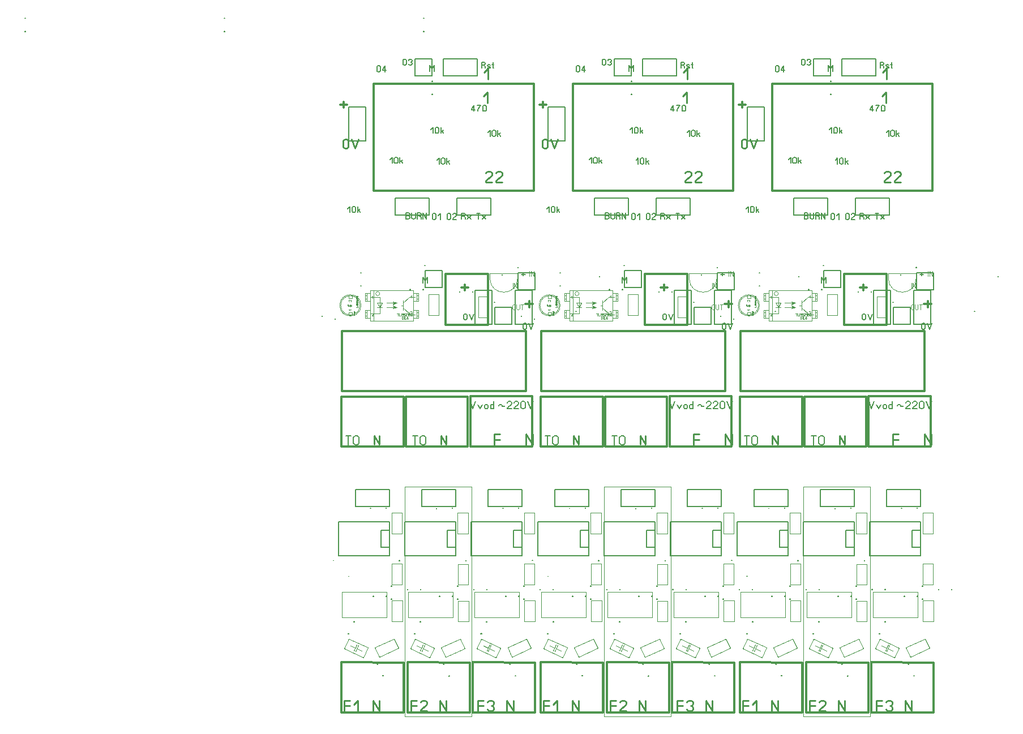
<source format=gbr>
%FSLAX34Y34*%
%MOMM*%
%LNSILK_TOP*%
G71*
G01*
%ADD10C, 0.300*%
%ADD11C, 0.144*%
%ADD12C, 0.286*%
%ADD13C, 0.150*%
%ADD14C, 0.238*%
%ADD15C, 0.318*%
%ADD16C, 0.159*%
%ADD17C, 0.000*%
%ADD18C, 0.040*%
%ADD19C, 0.020*%
%ADD20C, 0.030*%
%ADD21C, 0.191*%
%ADD22C, 0.167*%
%ADD23C, 0.100*%
%ADD24C, 0.090*%
%LPD*%
G54D10*
X295700Y797600D02*
X55700Y797600D01*
X55700Y957600D01*
X295700Y957600D01*
X295700Y797600D01*
G54D11*
X-465207Y1055300D02*
X-465900Y1055300D01*
X-465900Y1055878D01*
X-465207Y1055878D01*
X-465207Y1055300D01*
X-465900Y1055300D01*
G54D12*
X220104Y938452D02*
X226104Y944452D01*
X226104Y928452D01*
G54D12*
X232704Y810452D02*
X223104Y810452D01*
X223104Y811452D01*
X224304Y813452D01*
X231504Y819452D01*
X232704Y821452D01*
X232704Y823452D01*
X231504Y825452D01*
X229104Y826452D01*
X226704Y826452D01*
X224304Y825452D01*
X223104Y823452D01*
G54D12*
X247904Y810452D02*
X238304Y810452D01*
X238304Y811452D01*
X239504Y813452D01*
X246704Y819452D01*
X247904Y821452D01*
X247904Y823452D01*
X246704Y825452D01*
X244304Y826452D01*
X241904Y826452D01*
X239504Y825452D01*
X238304Y823452D01*
G54D12*
X221104Y974452D02*
X227104Y980452D01*
X227104Y964452D01*
G54D11*
X-465207Y1035800D02*
X-465900Y1035800D01*
X-465900Y1036378D01*
X-465207Y1036378D01*
X-465207Y1035800D01*
X-465900Y1035800D01*
G54D13*
X142716Y994395D02*
X142716Y968995D01*
X117316Y968995D01*
X117316Y994395D01*
X142716Y994395D01*
G54D11*
X143467Y941667D02*
X142774Y941667D01*
X142774Y942244D01*
X143467Y942244D01*
X143467Y941667D01*
X142774Y941667D01*
G54D11*
X143467Y961167D02*
X142774Y961167D01*
X142774Y961744D01*
X143467Y961744D01*
X143467Y961167D01*
X142774Y961167D01*
G54D13*
X44022Y871909D02*
X18622Y871909D01*
X18622Y922709D01*
X44022Y922709D01*
X44022Y871909D01*
G54D14*
X18057Y871855D02*
X18057Y863522D01*
X17057Y861855D01*
X15057Y861022D01*
X13057Y861022D01*
X11057Y861855D01*
X10057Y863522D01*
X10057Y871855D01*
X11057Y873522D01*
X13057Y874355D01*
X15057Y874355D01*
X17057Y873522D01*
X18057Y871855D01*
G54D14*
X22724Y874355D02*
X27724Y861022D01*
X32724Y874355D01*
G54D15*
X5620Y926056D02*
X16287Y926056D01*
G54D15*
X10954Y930501D02*
X10954Y921612D01*
G54D16*
X139523Y976370D02*
X139523Y985259D01*
X142857Y979704D01*
X146190Y985259D01*
X146190Y976370D01*
G54D13*
X159600Y969200D02*
X159600Y994600D01*
X210400Y994600D01*
X210400Y969200D01*
X159600Y969200D01*
G54D13*
X87800Y760900D02*
X87800Y786300D01*
X138600Y786300D01*
X138600Y760900D01*
X87800Y760900D01*
G54D16*
X104224Y755444D02*
X104224Y764333D01*
X107557Y764333D01*
X108890Y763778D01*
X109557Y762667D01*
X109557Y761556D01*
X108890Y760444D01*
X107557Y759889D01*
X108890Y759333D01*
X109557Y758222D01*
X109557Y757111D01*
X108890Y756000D01*
X107557Y755444D01*
X104224Y755444D01*
G54D16*
X104224Y759889D02*
X107557Y759889D01*
G54D16*
X112668Y764333D02*
X112668Y757111D01*
X113334Y756000D01*
X114668Y755444D01*
X116001Y755444D01*
X117334Y756000D01*
X118001Y757111D01*
X118001Y764333D01*
G54D16*
X123778Y759889D02*
X125778Y758778D01*
X126445Y757667D01*
X126445Y755444D01*
G54D16*
X121112Y755444D02*
X121112Y764333D01*
X124445Y764333D01*
X125778Y763778D01*
X126445Y762667D01*
X126445Y761556D01*
X125778Y760444D01*
X124445Y759889D01*
X121112Y759889D01*
G54D16*
X129556Y755444D02*
X129556Y764333D01*
X134889Y755444D01*
X134889Y764333D01*
G54D16*
X212490Y755044D02*
X212490Y763934D01*
G54D16*
X209824Y763934D02*
X215157Y763934D01*
G54D16*
X218268Y760044D02*
X223601Y755044D01*
G54D16*
X218268Y755044D02*
X223601Y760044D01*
G54D16*
X189990Y759389D02*
X191990Y758278D01*
X192657Y757167D01*
X192657Y754944D01*
G54D16*
X187324Y754944D02*
X187324Y763834D01*
X190657Y763834D01*
X191990Y763278D01*
X192657Y762167D01*
X192657Y761056D01*
X191990Y759944D01*
X190657Y759389D01*
X187324Y759389D01*
G54D16*
X195768Y759944D02*
X201101Y754944D01*
G54D16*
X195768Y754944D02*
X201101Y759944D01*
G54D16*
X16924Y770700D02*
X20257Y774033D01*
X20257Y765144D01*
G54D16*
X28701Y772367D02*
X28701Y766811D01*
X28034Y765700D01*
X26701Y765144D01*
X25368Y765144D01*
X24034Y765700D01*
X23368Y766811D01*
X23368Y772367D01*
X24034Y773478D01*
X25368Y774033D01*
X26701Y774033D01*
X28034Y773478D01*
X28701Y772367D01*
G54D16*
X31812Y765144D02*
X31812Y774033D01*
G54D16*
X33812Y768478D02*
X35812Y765144D01*
G54D16*
X31812Y767367D02*
X35812Y770144D01*
G54D16*
X150224Y843200D02*
X153557Y846534D01*
X153557Y837645D01*
G54D16*
X162001Y844867D02*
X162001Y839311D01*
X161334Y838200D01*
X160001Y837645D01*
X158668Y837645D01*
X157334Y838200D01*
X156668Y839311D01*
X156668Y844867D01*
X157334Y845978D01*
X158668Y846534D01*
X160001Y846534D01*
X161334Y845978D01*
X162001Y844867D01*
G54D16*
X165112Y837645D02*
X165112Y846534D01*
G54D16*
X167112Y840978D02*
X169112Y837645D01*
G54D16*
X165112Y839867D02*
X169112Y842645D01*
G54D16*
X80124Y844100D02*
X83457Y847434D01*
X83457Y838545D01*
G54D16*
X91901Y845767D02*
X91901Y840211D01*
X91234Y839100D01*
X89901Y838545D01*
X88568Y838545D01*
X87234Y839100D01*
X86568Y840211D01*
X86568Y845767D01*
X87234Y846878D01*
X88568Y847434D01*
X89901Y847434D01*
X91234Y846878D01*
X91901Y845767D01*
G54D16*
X95012Y838545D02*
X95012Y847434D01*
G54D16*
X97012Y841878D02*
X99012Y838545D01*
G54D16*
X95012Y840767D02*
X99012Y843545D01*
G54D16*
X226624Y884700D02*
X229957Y888033D01*
X229957Y879145D01*
G54D16*
X238401Y886367D02*
X238401Y880811D01*
X237734Y879700D01*
X236401Y879145D01*
X235068Y879145D01*
X233734Y879700D01*
X233068Y880811D01*
X233068Y886367D01*
X233734Y887478D01*
X235068Y888033D01*
X236401Y888033D01*
X237734Y887478D01*
X238401Y886367D01*
G54D16*
X241512Y879145D02*
X241512Y888033D01*
G54D16*
X243512Y882478D02*
X245512Y879145D01*
G54D16*
X241512Y881367D02*
X245512Y884145D01*
G54D16*
X141324Y889000D02*
X144657Y892333D01*
X144657Y883445D01*
G54D16*
X153101Y890667D02*
X153101Y885111D01*
X152434Y884000D01*
X151101Y883445D01*
X149768Y883445D01*
X148434Y884000D01*
X147768Y885111D01*
X147768Y890667D01*
X148434Y891778D01*
X149768Y892333D01*
X151101Y892333D01*
X152434Y891778D01*
X153101Y890667D01*
G54D16*
X156212Y883445D02*
X156212Y892333D01*
G54D16*
X158212Y886778D02*
X160212Y883445D01*
G54D16*
X156212Y885667D02*
X160212Y888445D01*
G54D16*
X205924Y916445D02*
X205924Y925333D01*
X201924Y919778D01*
X201924Y918667D01*
X207257Y918667D01*
G54D16*
X210368Y925333D02*
X215701Y925333D01*
X215034Y924222D01*
X213701Y922556D01*
X212368Y920333D01*
X211701Y918667D01*
X211701Y916445D01*
G54D16*
X224145Y923667D02*
X224145Y918111D01*
X223478Y917000D01*
X222145Y916445D01*
X220812Y916445D01*
X219478Y917000D01*
X218812Y918111D01*
X218812Y923667D01*
X219478Y924778D01*
X220812Y925333D01*
X222145Y925333D01*
X223478Y924778D01*
X224145Y923667D01*
G54D16*
X220090Y985389D02*
X222090Y984278D01*
X222757Y983167D01*
X222757Y980945D01*
G54D16*
X217424Y980945D02*
X217424Y989833D01*
X220757Y989833D01*
X222090Y989278D01*
X222757Y988167D01*
X222757Y987056D01*
X222090Y985945D01*
X220757Y985389D01*
X217424Y985389D01*
G54D16*
X225868Y981500D02*
X227201Y980945D01*
X228534Y980945D01*
X229868Y981500D01*
X229868Y982611D01*
X229201Y983167D01*
X226534Y983722D01*
X225868Y984278D01*
X225868Y985389D01*
X227201Y985945D01*
X228534Y985945D01*
X229868Y985389D01*
G54D16*
X234312Y989833D02*
X234312Y981500D01*
X234979Y980945D01*
X235646Y981167D01*
G54D16*
X232979Y985945D02*
X235646Y985945D01*
G54D16*
X65857Y982592D02*
X65857Y977037D01*
X65190Y975926D01*
X63857Y975370D01*
X62523Y975370D01*
X61190Y975926D01*
X60523Y977037D01*
X60523Y982592D01*
X61190Y983704D01*
X62523Y984259D01*
X63857Y984259D01*
X65190Y983704D01*
X65857Y982592D01*
G54D16*
X72967Y975370D02*
X72967Y984259D01*
X68967Y978704D01*
X68967Y977592D01*
X74301Y977592D01*
G54D16*
X104857Y992592D02*
X104857Y987037D01*
X104190Y985926D01*
X102857Y985370D01*
X101523Y985370D01*
X100190Y985926D01*
X99523Y987037D01*
X99523Y992592D01*
X100190Y993704D01*
X101523Y994259D01*
X102857Y994259D01*
X104190Y993704D01*
X104857Y992592D01*
G54D16*
X107967Y992592D02*
X108634Y993704D01*
X109967Y994259D01*
X111301Y994259D01*
X112634Y993704D01*
X113301Y992592D01*
X113301Y991481D01*
X112634Y990370D01*
X111301Y989815D01*
X112634Y989259D01*
X113301Y988148D01*
X113301Y987037D01*
X112634Y985926D01*
X111301Y985370D01*
X109967Y985370D01*
X108634Y985926D01*
X107967Y987037D01*
G54D16*
X148857Y761592D02*
X148857Y756037D01*
X148190Y754926D01*
X146857Y754370D01*
X145523Y754370D01*
X144190Y754926D01*
X143523Y756037D01*
X143523Y761592D01*
X144190Y762704D01*
X145523Y763259D01*
X146857Y763259D01*
X148190Y762704D01*
X148857Y761592D01*
G54D16*
X151967Y759926D02*
X155301Y763259D01*
X155301Y754370D01*
G54D16*
X170857Y761592D02*
X170857Y756037D01*
X170190Y754926D01*
X168857Y754370D01*
X167523Y754370D01*
X166190Y754926D01*
X165523Y756037D01*
X165523Y761592D01*
X166190Y762704D01*
X167523Y763259D01*
X168857Y763259D01*
X170190Y762704D01*
X170857Y761592D01*
G54D16*
X179301Y754370D02*
X173967Y754370D01*
X173967Y754926D01*
X174634Y756037D01*
X178634Y759370D01*
X179301Y760481D01*
X179301Y761592D01*
X178634Y762704D01*
X177301Y763259D01*
X175967Y763259D01*
X174634Y762704D01*
X173967Y761592D01*
G54D13*
X180600Y761200D02*
X180600Y786600D01*
X231400Y786600D01*
X231400Y761200D01*
X180600Y761200D01*
G54D10*
X283320Y497700D02*
X8320Y497700D01*
X8320Y587700D01*
X283320Y587700D01*
X283320Y497700D01*
G54D17*
X114832Y648461D02*
X114832Y602461D01*
X50832Y602461D01*
X50832Y648461D01*
X114832Y648461D01*
G54D18*
X91898Y610461D02*
X91898Y614017D01*
G54D18*
X90832Y614017D02*
X92965Y614017D01*
G54D18*
X93932Y614017D02*
X93932Y610461D01*
X95798Y610461D01*
G54D18*
X96832Y610461D02*
X96832Y614017D01*
X98165Y614017D01*
X98698Y613794D01*
X98965Y613350D01*
X98965Y612906D01*
X98698Y612461D01*
X98165Y612239D01*
X96832Y612239D01*
G54D18*
X102065Y614017D02*
X99932Y614017D01*
X99932Y612461D01*
X100198Y612461D01*
X100732Y612683D01*
X101265Y612683D01*
X101798Y612461D01*
X102065Y612017D01*
X102065Y611128D01*
X101798Y610683D01*
X101265Y610461D01*
X100732Y610461D01*
X100198Y610683D01*
X99932Y611128D01*
G54D18*
X105165Y610461D02*
X103032Y610461D01*
X103032Y610683D01*
X103298Y611128D01*
X104898Y612461D01*
X105165Y612906D01*
X105165Y613350D01*
X104898Y613794D01*
X104365Y614017D01*
X103832Y614017D01*
X103298Y613794D01*
X103032Y613350D01*
G54D18*
X106132Y612683D02*
X107465Y614017D01*
X107465Y610461D01*
G54D18*
X109498Y612239D02*
X110565Y612239D01*
X110565Y611128D01*
X110298Y610683D01*
X109765Y610461D01*
X109232Y610461D01*
X108698Y610683D01*
X108432Y611128D01*
X108432Y613350D01*
X108698Y613794D01*
X109232Y614017D01*
X109765Y614017D01*
X110298Y613794D01*
X110565Y613350D01*
G54D18*
X111532Y610461D02*
X111532Y614017D01*
X112865Y614017D01*
X113398Y613794D01*
X113665Y613350D01*
X113665Y612906D01*
X113398Y612461D01*
X112865Y612239D01*
X113398Y612017D01*
X113665Y611572D01*
X113665Y611128D01*
X113398Y610683D01*
X112865Y610461D01*
X111532Y610461D01*
G54D18*
X111532Y612239D02*
X112865Y612239D01*
G54D18*
X98032Y605661D02*
X98032Y609217D01*
X99365Y609217D01*
X99898Y608994D01*
X100165Y608550D01*
X100165Y606328D01*
X99898Y605883D01*
X99365Y605661D01*
X98032Y605661D01*
G54D18*
X101132Y605661D02*
X101132Y609217D01*
G54D18*
X102132Y609217D02*
X102132Y605661D01*
X103998Y605661D01*
G54D18*
X106632Y605661D02*
X106632Y609217D01*
X105032Y606994D01*
X105032Y606550D01*
X107165Y606550D01*
G54D17*
X55832Y648461D02*
X55832Y602461D01*
G54D18*
X52832Y638683D02*
X54165Y640017D01*
X54165Y636461D01*
G54D18*
X54965Y610461D02*
X52832Y610461D01*
X52832Y610683D01*
X53098Y611128D01*
X54698Y612461D01*
X54965Y612906D01*
X54965Y613350D01*
X54698Y613794D01*
X54165Y614017D01*
X53632Y614017D01*
X53098Y613794D01*
X52832Y613350D01*
G54D18*
X110832Y616350D02*
X111098Y616794D01*
X111632Y617017D01*
X112165Y617017D01*
X112698Y616794D01*
X112965Y616350D01*
X112965Y615906D01*
X112698Y615461D01*
X112165Y615239D01*
X112698Y615017D01*
X112965Y614572D01*
X112965Y614128D01*
X112698Y613683D01*
X112165Y613461D01*
X111632Y613461D01*
X111098Y613683D01*
X110832Y614128D01*
G54D18*
X112432Y637461D02*
X112432Y641017D01*
X110832Y638794D01*
X110832Y638350D01*
X112965Y638350D01*
G54D17*
X50832Y638461D02*
X64832Y638461D01*
X64832Y613461D01*
X51832Y613461D01*
G54D17*
X60832Y629461D02*
X67832Y629461D01*
X68832Y629461D01*
X64832Y623461D01*
X64832Y623461D01*
X60832Y629461D01*
G54D17*
X60832Y623461D02*
X68832Y623461D01*
G54D17*
G75*
G01X64831Y643461D02*
G03X64831Y643461I-3000J0D01*
G01*
G54D17*
X74832Y629461D02*
X90832Y629461D01*
G54D17*
X74832Y623461D02*
X90832Y623461D01*
G36*
X84863Y631417D02*
X90863Y629417D01*
X84863Y627417D01*
X85863Y629417D01*
X84863Y631417D01*
G37*
G54D17*
X84863Y631417D02*
X90863Y629417D01*
X84863Y627417D01*
X85863Y629417D01*
X84863Y631417D01*
G36*
X84863Y625417D02*
X90863Y623417D01*
X84863Y621417D01*
X85863Y623417D01*
X84863Y625417D01*
G37*
G54D17*
X84863Y625417D02*
X90863Y623417D01*
X84863Y621417D01*
X85863Y623417D01*
X84863Y625417D01*
G54D17*
X117832Y638461D02*
X108832Y638461D01*
X99832Y629461D01*
G54D17*
X117832Y612461D02*
X109832Y612461D01*
X108832Y613461D01*
X99832Y622461D01*
G54D17*
X99832Y633461D02*
X99832Y618461D01*
G54D17*
X107832Y616461D02*
X109832Y612461D01*
X105832Y614461D01*
G54D17*
X99832Y625461D02*
X96832Y625461D01*
G54D17*
X114832Y644461D02*
X122832Y644461D01*
X122832Y632461D01*
X114832Y632461D01*
G54D17*
X114832Y618961D02*
X122832Y618961D01*
X122832Y606961D01*
X114832Y606961D01*
G54D17*
X50832Y632461D02*
X42832Y632461D01*
X42832Y644461D01*
X50832Y644461D01*
G54D17*
X50832Y606961D02*
X42832Y606961D01*
X42832Y618961D01*
X50832Y618961D01*
G54D17*
X45832Y644461D02*
X45832Y632461D01*
G54D17*
X45832Y618961D02*
X45832Y606961D01*
G54D17*
X119832Y618961D02*
X119832Y606961D01*
G54D17*
X119832Y644461D02*
X119832Y632461D01*
G54D17*
X119832Y640961D02*
X122832Y640961D01*
G54D17*
X119832Y635961D02*
X122832Y635961D01*
G54D17*
X119832Y615461D02*
X122832Y615461D01*
G54D17*
X119832Y610461D02*
X122832Y610461D01*
G54D17*
X42832Y615461D02*
X45832Y615461D01*
G54D17*
X42832Y610461D02*
X45832Y610461D01*
G54D17*
X42832Y640961D02*
X45832Y640961D01*
G54D17*
X42832Y635961D02*
X45832Y635961D01*
G54D11*
X37025Y674511D02*
X36332Y674511D01*
X36332Y675088D01*
X37025Y675088D01*
X37025Y674511D01*
X36332Y674511D01*
G54D11*
X37025Y655011D02*
X36332Y655011D01*
X36332Y655588D01*
X37025Y655588D01*
X37025Y655011D01*
X36332Y655011D01*
G54D18*
X20885Y627584D02*
X20885Y623615D01*
G54D18*
X22472Y626790D02*
X19297Y626790D01*
G54D18*
X20885Y626790D02*
X19297Y624409D01*
X22472Y624409D01*
X22472Y624409D01*
X20885Y626790D01*
G54D19*
X18503Y624409D02*
X16916Y625996D01*
G54D19*
X18503Y625996D02*
X16916Y627584D01*
G54D19*
X16916Y625203D02*
X16916Y625996D01*
X17710Y625996D01*
G54D19*
X16916Y626790D02*
X16916Y627584D01*
X17710Y627584D01*
G54D17*
X18503Y610915D02*
X18503Y615678D01*
X23266Y615678D01*
X23266Y610915D01*
X18503Y610915D01*
G54D17*
X18503Y636315D02*
X18503Y641078D01*
X23266Y641078D01*
X23266Y636315D01*
X18503Y636315D01*
G54D19*
X29882Y623465D02*
X31660Y623465D01*
X31660Y624398D01*
G54D19*
X30882Y624865D02*
X30882Y625932D01*
G54D19*
X31326Y626465D02*
X31548Y626598D01*
X31660Y626865D01*
X31660Y627132D01*
X31548Y627398D01*
X31326Y627532D01*
X30771Y627532D01*
X30660Y627532D01*
X30882Y627132D01*
X30882Y626865D01*
X30771Y626598D01*
X30548Y626465D01*
X30215Y626465D01*
X29993Y626598D01*
X29882Y626865D01*
X29882Y627132D01*
X29993Y627398D01*
X30215Y627532D01*
X30771Y627532D01*
G54D19*
X30215Y628065D02*
X29993Y628198D01*
X29882Y628465D01*
X29882Y628732D01*
X29993Y628998D01*
X30215Y629132D01*
X30437Y629132D01*
X30660Y628998D01*
X30771Y628732D01*
X30882Y628998D01*
X31104Y629132D01*
X31326Y629132D01*
X31548Y628998D01*
X31660Y628732D01*
X31660Y628465D01*
X31548Y628198D01*
X31326Y628065D01*
G54D19*
X31660Y630465D02*
X29882Y630465D01*
X30993Y629665D01*
X31215Y629665D01*
X31215Y630732D01*
G54D19*
X31326Y632332D02*
X31548Y632198D01*
X31660Y631932D01*
X31660Y631665D01*
X31548Y631398D01*
X31326Y631265D01*
X30215Y631265D01*
X29993Y631398D01*
X29882Y631665D01*
X29882Y631932D01*
X29993Y632198D01*
X30215Y632332D01*
G54D19*
X31660Y632865D02*
X29882Y632865D01*
X29882Y633532D01*
X29993Y633798D01*
X30215Y633932D01*
X30437Y633932D01*
X30660Y633798D01*
X30771Y633532D01*
X30882Y633798D01*
X31104Y633932D01*
X31326Y633932D01*
X31548Y633798D01*
X31660Y633532D01*
X31660Y632865D01*
G54D19*
X30771Y632865D02*
X30771Y633532D01*
G54D19*
X31660Y634465D02*
X29882Y635532D01*
G54D19*
X31326Y636065D02*
X31548Y636198D01*
X31660Y636465D01*
X31660Y636732D01*
X31548Y636998D01*
X31326Y637132D01*
X31104Y637132D01*
X30882Y636998D01*
X30771Y636732D01*
X30771Y636465D01*
X30660Y636198D01*
X30437Y636065D01*
X30215Y636065D01*
X29993Y636198D01*
X29882Y636465D01*
X29882Y636732D01*
X29993Y636998D01*
X30215Y637132D01*
G54D19*
X30771Y638198D02*
X30993Y638598D01*
X31215Y638732D01*
X31660Y638732D01*
G54D19*
X31660Y637665D02*
X29882Y637665D01*
X29882Y638332D01*
X29993Y638598D01*
X30215Y638732D01*
X30437Y638732D01*
X30660Y638598D01*
X30771Y638332D01*
X30771Y637665D01*
G54D19*
X31660Y639265D02*
X29882Y639265D01*
X29882Y639932D01*
X29993Y640198D01*
X30215Y640332D01*
X31326Y640332D01*
X31548Y640198D01*
X31660Y639932D01*
X31660Y639265D01*
G54D18*
X20019Y618290D02*
X18685Y619623D01*
X22241Y619623D01*
G54D18*
X22241Y633917D02*
X22241Y631784D01*
X22019Y631784D01*
X21574Y632051D01*
X20241Y633651D01*
X19796Y633917D01*
X19352Y633917D01*
X18908Y633651D01*
X18685Y633117D01*
X18685Y632584D01*
X18908Y632051D01*
X19352Y631784D01*
G54D20*
X27197Y611046D02*
X24530Y611046D01*
G54D20*
X26797Y612946D02*
X26130Y612946D01*
X25797Y612746D01*
X25697Y612346D01*
X25797Y611946D01*
X26130Y611746D01*
X26797Y611746D01*
X27130Y611946D01*
X27197Y612346D01*
X27130Y612746D01*
X26797Y612946D01*
G54D20*
X27197Y613646D02*
X25697Y613646D01*
G54D20*
X26030Y613646D02*
X25797Y613846D01*
X25697Y614246D01*
X25797Y614646D01*
X26030Y614846D01*
X27197Y614846D01*
G54D20*
X27697Y615546D02*
X27864Y615946D01*
X27864Y616226D01*
X27697Y616626D01*
X27364Y616746D01*
X25697Y616746D01*
G54D20*
X26130Y616746D02*
X25797Y616546D01*
X25697Y616146D01*
X25797Y615746D01*
X26130Y615546D01*
X26797Y615546D01*
X27130Y615746D01*
X27197Y616146D01*
X27130Y616546D01*
X26797Y616746D01*
G54D17*
G75*
G01X35185Y625996D02*
G03X35185Y625996I-14300J0D01*
G01*
G54D17*
G75*
G01X36785Y625996D02*
G03X36785Y625996I-15900J0D01*
G01*
G54D11*
X-20989Y610590D02*
X-20989Y609896D01*
X-21567Y609896D01*
X-21567Y610590D01*
X-20989Y610590D01*
X-20989Y609896D01*
G54D11*
X-1489Y605989D02*
X-1489Y605296D01*
X-2067Y605296D01*
X-2067Y605989D01*
X-1489Y605989D01*
X-1489Y605296D01*
G54D12*
X236284Y417352D02*
X236284Y433352D01*
X244684Y433352D01*
G54D12*
X236284Y425352D02*
X244684Y425352D01*
G54D12*
X283784Y417552D02*
X283784Y433552D01*
X293384Y417552D01*
X293384Y433552D01*
G54D21*
X200180Y482166D02*
X204180Y471500D01*
X208180Y482166D01*
G54D21*
X211913Y477500D02*
X215113Y471500D01*
X218313Y477500D01*
G54D21*
X226846Y473100D02*
X226846Y475766D01*
X226046Y477100D01*
X224446Y477500D01*
X222846Y477100D01*
X222046Y475766D01*
X222046Y473100D01*
X222846Y471766D01*
X224446Y471500D01*
X226046Y471766D01*
X226846Y473100D01*
G54D21*
X235379Y471500D02*
X235379Y482166D01*
G54D21*
X235379Y475766D02*
X234579Y477100D01*
X232979Y477500D01*
X231379Y477100D01*
X230579Y475766D01*
X230579Y473100D01*
X231379Y471766D01*
X232979Y471500D01*
X234579Y471766D01*
X235379Y473100D01*
G54D21*
X243005Y476166D02*
X243645Y477100D01*
X244605Y477633D01*
X245885Y477633D01*
X246845Y477100D01*
X247645Y476166D01*
X248285Y475233D01*
X249245Y474700D01*
X250685Y474700D01*
X251485Y475233D01*
X252125Y476166D01*
G54D21*
X262258Y471500D02*
X255858Y471500D01*
X255858Y472166D01*
X256658Y473500D01*
X261458Y477500D01*
X262258Y478833D01*
X262258Y480166D01*
X261458Y481500D01*
X259858Y482166D01*
X258258Y482166D01*
X256658Y481500D01*
X255858Y480166D01*
G54D21*
X272391Y471500D02*
X265991Y471500D01*
X265991Y472166D01*
X266791Y473500D01*
X271591Y477500D01*
X272391Y478833D01*
X272391Y480166D01*
X271591Y481500D01*
X269991Y482166D01*
X268391Y482166D01*
X266791Y481500D01*
X265991Y480166D01*
G54D21*
X282524Y480166D02*
X282524Y473500D01*
X281724Y472166D01*
X280124Y471500D01*
X278524Y471500D01*
X276924Y472166D01*
X276124Y473500D01*
X276124Y480166D01*
X276924Y481500D01*
X278524Y482166D01*
X280124Y482166D01*
X281724Y481500D01*
X282524Y480166D01*
G54D21*
X286257Y482166D02*
X290257Y471500D01*
X294257Y482166D01*
G54D10*
X103847Y489627D02*
X196647Y489627D01*
X196680Y449100D01*
X196647Y414527D01*
X103847Y414627D01*
X103847Y489627D01*
G54D14*
X156184Y417885D02*
X156184Y431218D01*
X164184Y417885D01*
X164184Y431218D01*
G54D22*
X117876Y417122D02*
X117876Y430455D01*
G54D22*
X113876Y430455D02*
X121876Y430455D01*
G54D22*
X133543Y427955D02*
X133543Y419622D01*
X132543Y417955D01*
X130543Y417122D01*
X128543Y417122D01*
X126543Y417955D01*
X125543Y419622D01*
X125543Y427955D01*
X126543Y429622D01*
X128543Y430455D01*
X130543Y430455D01*
X132543Y429622D01*
X133543Y427955D01*
G54D10*
X200147Y489727D02*
X292947Y489727D01*
X292980Y449200D01*
X292947Y414627D01*
X200147Y414727D01*
X200147Y489727D01*
G54D10*
X7867Y489627D02*
X100667Y489627D01*
X100700Y449100D01*
X100667Y414527D01*
X7867Y414627D01*
X7867Y489627D01*
G54D14*
X56204Y417885D02*
X56204Y431218D01*
X64204Y417885D01*
X64204Y431218D01*
G54D22*
X17896Y417122D02*
X17896Y430455D01*
G54D22*
X13896Y430455D02*
X21896Y430455D01*
G54D22*
X33564Y427955D02*
X33564Y419622D01*
X32564Y417955D01*
X30564Y417122D01*
X28564Y417122D01*
X26564Y417955D01*
X25564Y419622D01*
X25564Y427955D01*
X26564Y429622D01*
X28564Y430455D01*
X30564Y430455D01*
X32564Y429622D01*
X33564Y427955D01*
G54D23*
X137847Y642673D02*
X137847Y611473D01*
X153447Y611473D01*
X153447Y642673D01*
X137847Y642673D01*
G54D11*
X109968Y649974D02*
X109968Y649281D01*
X110545Y649281D01*
X110545Y649974D01*
X109968Y649974D01*
X109968Y649281D01*
G54D11*
X129471Y649973D02*
X129471Y649280D01*
X130048Y649280D01*
X130048Y649973D01*
X129471Y649973D01*
X129471Y649280D01*
G54D10*
X163301Y673103D02*
X226801Y673103D01*
X226801Y596903D01*
X163301Y596903D01*
X163301Y673103D01*
G54D16*
X195564Y611569D02*
X195564Y606013D01*
X194898Y604902D01*
X193564Y604347D01*
X192231Y604347D01*
X190898Y604902D01*
X190231Y606013D01*
X190231Y611569D01*
X190898Y612680D01*
X192231Y613236D01*
X193564Y613236D01*
X194898Y612680D01*
X195564Y611569D01*
G54D16*
X198675Y613236D02*
X202008Y604347D01*
X205342Y613236D01*
G54D13*
X292571Y597779D02*
X267171Y597779D01*
X267171Y648579D01*
X292571Y648579D01*
X292571Y597779D01*
G54D13*
X232571Y597779D02*
X207171Y597779D01*
X207171Y648579D01*
X232571Y648579D01*
X232571Y597779D01*
G54D13*
X133006Y652695D02*
X133006Y678095D01*
X158406Y678095D01*
X158406Y652695D01*
X133006Y652695D01*
G54D11*
X248344Y671973D02*
X247651Y671973D01*
X247651Y671395D01*
X248344Y671395D01*
X248344Y671973D01*
X247651Y671973D01*
G54D11*
X132949Y685345D02*
X132256Y685345D01*
X132256Y685923D01*
X132949Y685923D01*
X132949Y685345D01*
X132256Y685345D01*
G54D16*
X129424Y659174D02*
X129424Y668063D01*
X132757Y662508D01*
X136091Y668063D01*
X136091Y659174D01*
G54D23*
X212071Y639079D02*
X212071Y607880D01*
X227671Y607879D01*
X227671Y639079D01*
X212071Y639079D01*
G54D11*
X184190Y646382D02*
X184190Y645688D01*
X184768Y645688D01*
X184768Y646382D01*
X184190Y646382D01*
X184190Y645688D01*
G54D11*
X203695Y646380D02*
X203695Y645686D01*
X204273Y645686D01*
X204273Y646380D01*
X203695Y646380D01*
X203695Y645686D01*
G54D15*
X282874Y627839D02*
X293541Y627839D01*
G54D15*
X288208Y632284D02*
X288208Y623394D01*
G54D16*
X284564Y597569D02*
X284564Y592013D01*
X283898Y590902D01*
X282564Y590347D01*
X281231Y590347D01*
X279898Y590902D01*
X279231Y592013D01*
X279231Y597569D01*
X279898Y598680D01*
X281231Y599236D01*
X282564Y599236D01*
X283898Y598680D01*
X284564Y597569D01*
G54D16*
X287675Y599236D02*
X291008Y590347D01*
X294342Y599236D01*
G54D23*
X270900Y666250D02*
X270900Y674250D01*
X229700Y674250D01*
X229700Y666250D01*
G54D23*
G75*
G01X229600Y666350D02*
G03X271000Y666350I20700J0D01*
G01*
G54D24*
X263940Y652050D02*
X263940Y659150D01*
G54D24*
X265940Y652050D02*
X265940Y659150D01*
X270240Y652050D01*
X270240Y659150D01*
G54D13*
X237006Y597695D02*
X237006Y623095D01*
X262406Y623095D01*
X262406Y597695D01*
X237006Y597695D01*
G54D11*
X358949Y616845D02*
X358256Y616845D01*
X358256Y617423D01*
X358949Y617423D01*
X358949Y616845D01*
X358256Y616845D01*
G54D11*
X236949Y630345D02*
X236256Y630345D01*
X236256Y630923D01*
X236949Y630923D01*
X236949Y630345D01*
X236256Y630345D01*
G54D13*
X272006Y649695D02*
X272006Y675095D01*
X297406Y675095D01*
X297406Y649695D01*
X272006Y649695D01*
G54D11*
X393949Y668845D02*
X393256Y668845D01*
X393256Y669423D01*
X393949Y669423D01*
X393949Y668845D01*
X393256Y668845D01*
G54D11*
X271949Y682345D02*
X271256Y682345D01*
X271256Y682923D01*
X271949Y682923D01*
X271949Y682345D01*
X271256Y682345D01*
G54D15*
X186874Y652839D02*
X197541Y652839D01*
G54D15*
X192208Y657284D02*
X192208Y648394D01*
G54D24*
X288940Y670050D02*
X288940Y677150D01*
G54D24*
X290940Y670050D02*
X290940Y677150D01*
X295240Y670050D01*
X295240Y677150D01*
G54D24*
X267460Y625850D02*
X267460Y621350D01*
X266860Y620450D01*
X265860Y620050D01*
X264760Y620050D01*
X263660Y620450D01*
X263160Y621350D01*
X263160Y625850D01*
X263660Y626750D01*
X264760Y627150D01*
X265860Y627150D01*
X266860Y626750D01*
X267460Y625850D01*
G54D24*
X269460Y627150D02*
X269460Y621350D01*
X269960Y620450D01*
X271060Y620050D01*
X272160Y620050D01*
X273160Y620450D01*
X273760Y621350D01*
X273760Y627150D01*
G54D24*
X277860Y620050D02*
X277860Y627150D01*
G54D24*
X275760Y627150D02*
X280060Y627150D01*
G54D16*
X276945Y672564D02*
X282278Y672564D01*
G54D16*
X279612Y674786D02*
X279612Y670342D01*
G54D10*
X204321Y92056D02*
X297321Y91056D01*
X297354Y51329D01*
X297321Y16956D01*
X204321Y17056D01*
X204321Y92056D01*
G54D12*
X211858Y18981D02*
X211858Y34981D01*
X220258Y34981D01*
G54D12*
X211858Y26981D02*
X220258Y26981D01*
G54D12*
X225858Y31981D02*
X227058Y33981D01*
X229458Y34981D01*
X231858Y34981D01*
X234258Y33981D01*
X235458Y31981D01*
X235458Y29981D01*
X234258Y27981D01*
X231858Y26981D01*
X234258Y25981D01*
X235458Y23981D01*
X235458Y21981D01*
X234258Y19981D01*
X231858Y18981D01*
X229458Y18981D01*
X227058Y19981D01*
X225858Y21981D01*
G54D12*
X254858Y18981D02*
X254858Y34981D01*
X264458Y18981D01*
X264458Y34981D01*
G54D10*
X106921Y92056D02*
X199921Y91056D01*
X199954Y51329D01*
X199921Y16956D01*
X106921Y17056D01*
X106921Y92056D01*
G54D12*
X111858Y18981D02*
X111858Y34981D01*
X120258Y34981D01*
G54D12*
X111858Y26981D02*
X120258Y26981D01*
G54D12*
X135458Y18981D02*
X125858Y18981D01*
X125858Y19981D01*
X127058Y21981D01*
X134258Y27981D01*
X135458Y29981D01*
X135458Y31981D01*
X134258Y33981D01*
X131858Y34981D01*
X129458Y34981D01*
X127058Y33981D01*
X125858Y31981D01*
G54D12*
X154858Y18981D02*
X154858Y34981D01*
X164458Y18981D01*
X164458Y34981D01*
G54D23*
X8472Y197400D02*
X75172Y197400D01*
X75172Y159200D01*
X8472Y159200D01*
X8472Y197400D01*
G54D11*
X82866Y205801D02*
X82172Y205801D01*
X82172Y206378D01*
X82866Y206378D01*
X82866Y205801D01*
X82172Y205801D01*
G54D11*
X82866Y186301D02*
X82172Y186301D01*
X82172Y186878D01*
X82866Y186878D01*
X82866Y186301D01*
X82172Y186301D01*
G54D17*
X18757Y127080D02*
X47216Y113810D01*
X40454Y99309D01*
X11995Y112580D01*
X18757Y127080D01*
G54D17*
X21358Y117040D02*
X28608Y113660D01*
X30722Y118191D01*
X26496Y109128D01*
G54D17*
X32534Y117346D02*
X28308Y108283D01*
G54D17*
X30421Y112814D02*
X37672Y109434D01*
G54D11*
X26815Y152066D02*
X26187Y152358D01*
X26431Y152882D01*
X27059Y152589D01*
X26815Y152066D01*
X26187Y152358D01*
G54D11*
X18574Y134392D02*
X17946Y134686D01*
X18190Y135209D01*
X18818Y134916D01*
X18574Y134392D01*
X17946Y134686D01*
G54D23*
X98375Y208029D02*
X98375Y239229D01*
X82775Y239229D01*
X82775Y208029D01*
X98375Y208029D01*
G54D11*
X126254Y200727D02*
X126254Y201421D01*
X125677Y201421D01*
X125677Y200727D01*
X126254Y200727D01*
X126254Y201421D01*
G54D11*
X106752Y200728D02*
X106752Y201421D01*
X106175Y201421D01*
X106175Y200728D01*
X106752Y200728D01*
X106752Y201421D01*
G54D23*
X82935Y184172D02*
X82935Y152972D01*
X98535Y152972D01*
X98535Y184172D01*
X82935Y184172D01*
G54D11*
X55055Y191474D02*
X55055Y190781D01*
X55633Y190781D01*
X55633Y191474D01*
X55055Y191474D01*
X55055Y190781D01*
G54D11*
X74560Y191473D02*
X74560Y190779D01*
X75138Y190779D01*
X75138Y191473D01*
X74560Y191473D01*
X74560Y190779D01*
G54D23*
X64384Y99849D02*
X92661Y113035D01*
X86068Y127174D01*
X57792Y113988D01*
X64384Y99849D01*
G54D11*
X69551Y71496D02*
X70179Y71789D01*
X69935Y72312D01*
X69307Y72019D01*
X69551Y71496D01*
X70179Y71789D01*
G54D11*
X61309Y89173D02*
X61937Y89466D01*
X61693Y89990D01*
X61064Y89697D01*
X61309Y89173D01*
X61937Y89466D01*
G54D13*
X79354Y251429D02*
X79354Y302229D01*
X3154Y302229D01*
X3154Y251429D01*
X79354Y251429D01*
G54D13*
X79354Y264129D02*
X79354Y289529D01*
X66654Y289529D01*
X66654Y264129D01*
X79354Y264129D01*
G54D11*
X-4096Y244188D02*
X-4790Y244188D01*
X-4790Y244766D01*
X-4096Y244766D01*
X-4096Y244188D01*
X-4790Y244188D01*
G54D23*
X82429Y315757D02*
X82429Y284557D01*
X98029Y284557D01*
X98029Y315757D01*
X82429Y315757D01*
G54D11*
X50528Y322884D02*
X50528Y322191D01*
X51106Y322191D01*
X51106Y322884D01*
X50528Y322884D01*
X50528Y322191D01*
G54D11*
X74052Y323058D02*
X74052Y322364D01*
X74630Y322364D01*
X74630Y323058D01*
X74052Y323058D01*
X74052Y322364D01*
G54D10*
X7821Y92056D02*
X100821Y91056D01*
X100854Y51329D01*
X100821Y16956D01*
X7821Y17056D01*
X7821Y92056D01*
G54D12*
X11858Y18981D02*
X11858Y34981D01*
X20258Y34981D01*
G54D12*
X11858Y26981D02*
X20258Y26981D01*
G54D12*
X25858Y28981D02*
X31858Y34981D01*
X31858Y18981D01*
G54D12*
X54858Y18981D02*
X54858Y34981D01*
X64458Y18981D01*
X64458Y34981D01*
G54D23*
X107497Y197272D02*
X174197Y197272D01*
X174197Y159072D01*
X107497Y159072D01*
X107497Y197272D01*
G54D11*
X181891Y205672D02*
X181197Y205672D01*
X181197Y206250D01*
X181891Y206250D01*
X181891Y205672D01*
X181197Y205672D01*
G54D11*
X181891Y186172D02*
X181197Y186172D01*
X181197Y186750D01*
X181891Y186750D01*
X181891Y186172D01*
X181197Y186172D01*
G54D17*
X117782Y126952D02*
X146240Y113681D01*
X139478Y99180D01*
X111020Y112451D01*
X117782Y126952D01*
G54D17*
X120383Y116912D02*
X127634Y113531D01*
X129746Y118062D01*
X125520Y108999D01*
G54D17*
X131559Y117217D02*
X127333Y108154D01*
G54D17*
X129446Y112686D02*
X136696Y109305D01*
G54D11*
X125840Y151937D02*
X125212Y152230D01*
X125456Y152753D01*
X126084Y152460D01*
X125840Y151937D01*
X125212Y152230D01*
G54D11*
X117599Y134264D02*
X116970Y134557D01*
X117215Y135080D01*
X117843Y134787D01*
X117599Y134264D01*
X116970Y134557D01*
G54D23*
X197400Y207900D02*
X197400Y239100D01*
X181800Y239100D01*
X181800Y207900D01*
X197400Y207900D01*
G54D11*
X225280Y200598D02*
X225280Y201292D01*
X224702Y201292D01*
X224702Y200598D01*
X225280Y200598D01*
X225280Y201292D01*
G54D11*
X205777Y200599D02*
X205777Y201292D01*
X205200Y201292D01*
X205200Y200599D01*
X205777Y200599D01*
X205777Y201292D01*
G54D23*
X181960Y184044D02*
X181960Y152844D01*
X197560Y152844D01*
X197560Y184044D01*
X181960Y184044D01*
G54D11*
X154080Y191346D02*
X154080Y190652D01*
X154658Y190652D01*
X154658Y191346D01*
X154080Y191346D01*
X154080Y190652D01*
G54D11*
X173585Y191344D02*
X173585Y190650D01*
X174162Y190650D01*
X174162Y191344D01*
X173585Y191344D01*
X173585Y190650D01*
G54D23*
X163409Y99720D02*
X191686Y112906D01*
X185093Y127045D01*
X156816Y113859D01*
X163409Y99720D01*
G54D11*
X168576Y71367D02*
X169204Y71660D01*
X168960Y72184D01*
X168332Y71890D01*
X168576Y71367D01*
X169204Y71660D01*
G54D11*
X160334Y89044D02*
X160962Y89338D01*
X160718Y89861D01*
X160089Y89568D01*
X160334Y89044D01*
X160962Y89338D01*
G54D13*
X178378Y251300D02*
X178379Y302100D01*
X102178Y302100D01*
X102179Y251300D01*
X178378Y251300D01*
G54D13*
X178378Y264000D02*
X178379Y289400D01*
X165679Y289400D01*
X165679Y264000D01*
X178378Y264000D01*
G54D11*
X94928Y244059D02*
X94235Y244059D01*
X94235Y244637D01*
X94928Y244637D01*
X94928Y244059D01*
X94235Y244059D01*
G54D23*
X181454Y315629D02*
X181454Y284429D01*
X197054Y284429D01*
X197054Y315629D01*
X181454Y315629D01*
G54D11*
X149553Y322756D02*
X149553Y322062D01*
X150131Y322062D01*
X150131Y322756D01*
X149553Y322756D01*
X149553Y322062D01*
G54D11*
X173077Y322929D02*
X173077Y322236D01*
X173655Y322236D01*
X173655Y322929D01*
X173077Y322929D01*
X173077Y322236D01*
G54D23*
X206697Y197372D02*
X273397Y197372D01*
X273397Y159172D01*
X206697Y159172D01*
X206697Y197372D01*
G54D11*
X281091Y205772D02*
X280397Y205772D01*
X280397Y206350D01*
X281091Y206350D01*
X281091Y205772D01*
X280397Y205772D01*
G54D11*
X281091Y186272D02*
X280397Y186272D01*
X280397Y186850D01*
X281091Y186850D01*
X281091Y186272D01*
X280397Y186272D01*
G54D17*
X216982Y127052D02*
X245440Y113781D01*
X238678Y99280D01*
X210220Y112551D01*
X216982Y127052D01*
G54D17*
X219583Y117012D02*
X226834Y113631D01*
X228946Y118162D01*
X224720Y109099D01*
G54D17*
X230759Y117317D02*
X226533Y108254D01*
G54D17*
X228646Y112786D02*
X235896Y109405D01*
G54D11*
X225040Y152037D02*
X224412Y152330D01*
X224656Y152853D01*
X225284Y152560D01*
X225040Y152037D01*
X224412Y152330D01*
G54D11*
X216799Y134364D02*
X216170Y134657D01*
X216415Y135180D01*
X217043Y134887D01*
X216799Y134364D01*
X216170Y134657D01*
G54D23*
X296600Y208000D02*
X296600Y239200D01*
X281000Y239200D01*
X281000Y208000D01*
X296600Y208000D01*
G54D11*
X324480Y200698D02*
X324480Y201392D01*
X323902Y201392D01*
X323902Y200698D01*
X324480Y200698D01*
X324480Y201392D01*
G54D11*
X304977Y200699D02*
X304977Y201392D01*
X304400Y201392D01*
X304400Y200699D01*
X304977Y200699D01*
X304977Y201392D01*
G54D23*
X281160Y184144D02*
X281160Y152944D01*
X296760Y152944D01*
X296760Y184144D01*
X281160Y184144D01*
G54D11*
X253280Y191446D02*
X253280Y190752D01*
X253858Y190752D01*
X253858Y191446D01*
X253280Y191446D01*
X253280Y190752D01*
G54D11*
X272785Y191444D02*
X272785Y190750D01*
X273362Y190750D01*
X273362Y191444D01*
X272785Y191444D01*
X272785Y190750D01*
G54D23*
X262609Y99820D02*
X290886Y113006D01*
X284293Y127145D01*
X256016Y113959D01*
X262609Y99820D01*
G54D11*
X267776Y71467D02*
X268404Y71760D01*
X268160Y72284D01*
X267532Y71990D01*
X267776Y71467D01*
X268404Y71760D01*
G54D11*
X259534Y89144D02*
X260162Y89438D01*
X259918Y89961D01*
X259289Y89668D01*
X259534Y89144D01*
X260162Y89438D01*
G54D13*
X277578Y251400D02*
X277579Y302200D01*
X201378Y302200D01*
X201379Y251400D01*
X277578Y251400D01*
G54D13*
X277578Y264100D02*
X277579Y289500D01*
X264879Y289500D01*
X264879Y264100D01*
X277578Y264100D01*
G54D11*
X194128Y244159D02*
X193435Y244159D01*
X193435Y244737D01*
X194128Y244737D01*
X194128Y244159D01*
X193435Y244159D01*
G54D23*
X280654Y315729D02*
X280654Y284529D01*
X296254Y284529D01*
X296254Y315729D01*
X280654Y315729D01*
G54D11*
X248753Y322856D02*
X248753Y322162D01*
X249331Y322162D01*
X249331Y322856D01*
X248753Y322856D01*
X248753Y322162D01*
G54D11*
X272277Y323029D02*
X272277Y322336D01*
X272855Y322336D01*
X272855Y323029D01*
X272277Y323029D01*
X272277Y322336D01*
G54D11*
X18097Y221171D02*
X18097Y220478D01*
X18674Y220478D01*
X18674Y221171D01*
X18097Y221171D01*
X18097Y220478D01*
G54D13*
X28654Y324629D02*
X28654Y350029D01*
X79454Y350029D01*
X79454Y324629D01*
X28654Y324629D01*
G54D13*
X127754Y324629D02*
X127754Y350029D01*
X178554Y350029D01*
X178554Y324629D01*
X127754Y324629D01*
G54D13*
X226654Y324629D02*
X226654Y350029D01*
X277454Y350029D01*
X277454Y324629D01*
X226654Y324629D01*
G54D23*
X102454Y354429D02*
X202454Y354429D01*
X202454Y11329D01*
X102454Y11329D01*
X102454Y354429D01*
G54D10*
X593700Y797600D02*
X353700Y797600D01*
X353700Y957600D01*
X593700Y957600D01*
X593700Y797600D01*
G54D11*
X-167207Y1055300D02*
X-167900Y1055300D01*
X-167900Y1055878D01*
X-167207Y1055878D01*
X-167207Y1055300D01*
X-167900Y1055300D01*
G54D12*
X518104Y938452D02*
X524104Y944452D01*
X524104Y928452D01*
G54D12*
X530704Y810452D02*
X521104Y810452D01*
X521104Y811452D01*
X522304Y813452D01*
X529504Y819452D01*
X530704Y821452D01*
X530704Y823452D01*
X529504Y825452D01*
X527104Y826452D01*
X524704Y826452D01*
X522304Y825452D01*
X521104Y823452D01*
G54D12*
X545904Y810452D02*
X536304Y810452D01*
X536304Y811452D01*
X537504Y813452D01*
X544704Y819452D01*
X545904Y821452D01*
X545904Y823452D01*
X544704Y825452D01*
X542304Y826452D01*
X539904Y826452D01*
X537504Y825452D01*
X536304Y823452D01*
G54D12*
X519104Y974452D02*
X525104Y980452D01*
X525104Y964452D01*
G54D11*
X-167207Y1035800D02*
X-167900Y1035800D01*
X-167900Y1036378D01*
X-167207Y1036378D01*
X-167207Y1035800D01*
X-167900Y1035800D01*
G54D13*
X440716Y994395D02*
X440716Y968995D01*
X415316Y968995D01*
X415316Y994395D01*
X440716Y994395D01*
G54D11*
X441467Y941667D02*
X440774Y941667D01*
X440774Y942244D01*
X441467Y942244D01*
X441467Y941667D01*
X440774Y941667D01*
G54D11*
X441467Y961167D02*
X440774Y961167D01*
X440774Y961744D01*
X441467Y961744D01*
X441467Y961167D01*
X440774Y961167D01*
G54D13*
X342022Y871909D02*
X316622Y871909D01*
X316622Y922709D01*
X342022Y922709D01*
X342022Y871909D01*
G54D14*
X316057Y871855D02*
X316057Y863522D01*
X315057Y861855D01*
X313057Y861022D01*
X311057Y861022D01*
X309057Y861855D01*
X308057Y863522D01*
X308057Y871855D01*
X309057Y873522D01*
X311057Y874355D01*
X313057Y874355D01*
X315057Y873522D01*
X316057Y871855D01*
G54D14*
X320724Y874355D02*
X325724Y861022D01*
X330724Y874355D01*
G54D15*
X303620Y926056D02*
X314287Y926056D01*
G54D15*
X308954Y930501D02*
X308954Y921612D01*
G54D16*
X437523Y976370D02*
X437523Y985259D01*
X440857Y979704D01*
X444190Y985259D01*
X444190Y976370D01*
G54D13*
X457600Y969200D02*
X457600Y994600D01*
X508400Y994600D01*
X508400Y969200D01*
X457600Y969200D01*
G54D13*
X385800Y760900D02*
X385800Y786300D01*
X436600Y786300D01*
X436600Y760900D01*
X385800Y760900D01*
G54D16*
X402224Y755444D02*
X402224Y764333D01*
X405557Y764333D01*
X406890Y763778D01*
X407557Y762667D01*
X407557Y761556D01*
X406890Y760444D01*
X405557Y759889D01*
X406890Y759333D01*
X407557Y758222D01*
X407557Y757111D01*
X406890Y756000D01*
X405557Y755444D01*
X402224Y755444D01*
G54D16*
X402224Y759889D02*
X405557Y759889D01*
G54D16*
X410668Y764333D02*
X410668Y757111D01*
X411334Y756000D01*
X412668Y755444D01*
X414001Y755444D01*
X415334Y756000D01*
X416001Y757111D01*
X416001Y764333D01*
G54D16*
X421778Y759889D02*
X423778Y758778D01*
X424445Y757667D01*
X424445Y755444D01*
G54D16*
X419112Y755444D02*
X419112Y764333D01*
X422445Y764333D01*
X423778Y763778D01*
X424445Y762667D01*
X424445Y761556D01*
X423778Y760444D01*
X422445Y759889D01*
X419112Y759889D01*
G54D16*
X427556Y755444D02*
X427556Y764333D01*
X432889Y755444D01*
X432889Y764333D01*
G54D16*
X510490Y755044D02*
X510490Y763934D01*
G54D16*
X507824Y763934D02*
X513157Y763934D01*
G54D16*
X516268Y760044D02*
X521601Y755044D01*
G54D16*
X516268Y755044D02*
X521601Y760044D01*
G54D16*
X487990Y759389D02*
X489990Y758278D01*
X490657Y757167D01*
X490657Y754944D01*
G54D16*
X485324Y754944D02*
X485324Y763834D01*
X488657Y763834D01*
X489990Y763278D01*
X490657Y762167D01*
X490657Y761056D01*
X489990Y759944D01*
X488657Y759389D01*
X485324Y759389D01*
G54D16*
X493768Y759944D02*
X499101Y754944D01*
G54D16*
X493768Y754944D02*
X499101Y759944D01*
G54D16*
X314924Y770700D02*
X318257Y774033D01*
X318257Y765144D01*
G54D16*
X326701Y772367D02*
X326701Y766811D01*
X326034Y765700D01*
X324701Y765144D01*
X323368Y765144D01*
X322034Y765700D01*
X321368Y766811D01*
X321368Y772367D01*
X322034Y773478D01*
X323368Y774033D01*
X324701Y774033D01*
X326034Y773478D01*
X326701Y772367D01*
G54D16*
X329812Y765144D02*
X329812Y774033D01*
G54D16*
X331812Y768478D02*
X333812Y765144D01*
G54D16*
X329812Y767367D02*
X333812Y770144D01*
G54D16*
X448224Y843200D02*
X451557Y846534D01*
X451557Y837645D01*
G54D16*
X460001Y844867D02*
X460001Y839311D01*
X459334Y838200D01*
X458001Y837645D01*
X456668Y837645D01*
X455334Y838200D01*
X454668Y839311D01*
X454668Y844867D01*
X455334Y845978D01*
X456668Y846534D01*
X458001Y846534D01*
X459334Y845978D01*
X460001Y844867D01*
G54D16*
X463112Y837645D02*
X463112Y846534D01*
G54D16*
X465112Y840978D02*
X467112Y837645D01*
G54D16*
X463112Y839867D02*
X467112Y842645D01*
G54D16*
X378124Y844100D02*
X381457Y847434D01*
X381457Y838545D01*
G54D16*
X389901Y845767D02*
X389901Y840211D01*
X389234Y839100D01*
X387901Y838545D01*
X386568Y838545D01*
X385234Y839100D01*
X384568Y840211D01*
X384568Y845767D01*
X385234Y846878D01*
X386568Y847434D01*
X387901Y847434D01*
X389234Y846878D01*
X389901Y845767D01*
G54D16*
X393012Y838545D02*
X393012Y847434D01*
G54D16*
X395012Y841878D02*
X397012Y838545D01*
G54D16*
X393012Y840767D02*
X397012Y843545D01*
G54D16*
X524624Y884700D02*
X527957Y888033D01*
X527957Y879145D01*
G54D16*
X536401Y886367D02*
X536401Y880811D01*
X535734Y879700D01*
X534401Y879145D01*
X533068Y879145D01*
X531734Y879700D01*
X531068Y880811D01*
X531068Y886367D01*
X531734Y887478D01*
X533068Y888033D01*
X534401Y888033D01*
X535734Y887478D01*
X536401Y886367D01*
G54D16*
X539512Y879145D02*
X539512Y888033D01*
G54D16*
X541512Y882478D02*
X543512Y879145D01*
G54D16*
X539512Y881367D02*
X543512Y884145D01*
G54D16*
X439324Y889000D02*
X442657Y892333D01*
X442657Y883445D01*
G54D16*
X451101Y890667D02*
X451101Y885111D01*
X450434Y884000D01*
X449101Y883445D01*
X447768Y883445D01*
X446434Y884000D01*
X445768Y885111D01*
X445768Y890667D01*
X446434Y891778D01*
X447768Y892333D01*
X449101Y892333D01*
X450434Y891778D01*
X451101Y890667D01*
G54D16*
X454212Y883445D02*
X454212Y892333D01*
G54D16*
X456212Y886778D02*
X458212Y883445D01*
G54D16*
X454212Y885667D02*
X458212Y888445D01*
G54D16*
X503924Y916445D02*
X503924Y925333D01*
X499924Y919778D01*
X499924Y918667D01*
X505257Y918667D01*
G54D16*
X508368Y925333D02*
X513701Y925333D01*
X513034Y924222D01*
X511701Y922556D01*
X510368Y920333D01*
X509701Y918667D01*
X509701Y916445D01*
G54D16*
X522145Y923667D02*
X522145Y918111D01*
X521478Y917000D01*
X520145Y916445D01*
X518812Y916445D01*
X517478Y917000D01*
X516812Y918111D01*
X516812Y923667D01*
X517478Y924778D01*
X518812Y925333D01*
X520145Y925333D01*
X521478Y924778D01*
X522145Y923667D01*
G54D16*
X518090Y985389D02*
X520090Y984278D01*
X520757Y983167D01*
X520757Y980945D01*
G54D16*
X515424Y980945D02*
X515424Y989833D01*
X518757Y989833D01*
X520090Y989278D01*
X520757Y988167D01*
X520757Y987056D01*
X520090Y985945D01*
X518757Y985389D01*
X515424Y985389D01*
G54D16*
X523868Y981500D02*
X525201Y980945D01*
X526534Y980945D01*
X527868Y981500D01*
X527868Y982611D01*
X527201Y983167D01*
X524534Y983722D01*
X523868Y984278D01*
X523868Y985389D01*
X525201Y985945D01*
X526534Y985945D01*
X527868Y985389D01*
G54D16*
X532312Y989833D02*
X532312Y981500D01*
X532979Y980945D01*
X533646Y981167D01*
G54D16*
X530979Y985945D02*
X533646Y985945D01*
G54D16*
X363857Y982592D02*
X363857Y977037D01*
X363190Y975926D01*
X361857Y975370D01*
X360523Y975370D01*
X359190Y975926D01*
X358523Y977037D01*
X358523Y982592D01*
X359190Y983704D01*
X360523Y984259D01*
X361857Y984259D01*
X363190Y983704D01*
X363857Y982592D01*
G54D16*
X370967Y975370D02*
X370967Y984259D01*
X366967Y978704D01*
X366967Y977592D01*
X372301Y977592D01*
G54D16*
X402857Y992592D02*
X402857Y987037D01*
X402190Y985926D01*
X400857Y985370D01*
X399523Y985370D01*
X398190Y985926D01*
X397523Y987037D01*
X397523Y992592D01*
X398190Y993704D01*
X399523Y994259D01*
X400857Y994259D01*
X402190Y993704D01*
X402857Y992592D01*
G54D16*
X405967Y992592D02*
X406634Y993704D01*
X407967Y994259D01*
X409301Y994259D01*
X410634Y993704D01*
X411301Y992592D01*
X411301Y991481D01*
X410634Y990370D01*
X409301Y989815D01*
X410634Y989259D01*
X411301Y988148D01*
X411301Y987037D01*
X410634Y985926D01*
X409301Y985370D01*
X407967Y985370D01*
X406634Y985926D01*
X405967Y987037D01*
G54D16*
X446857Y761592D02*
X446857Y756037D01*
X446190Y754926D01*
X444857Y754370D01*
X443523Y754370D01*
X442190Y754926D01*
X441523Y756037D01*
X441523Y761592D01*
X442190Y762704D01*
X443523Y763259D01*
X444857Y763259D01*
X446190Y762704D01*
X446857Y761592D01*
G54D16*
X449967Y759926D02*
X453301Y763259D01*
X453301Y754370D01*
G54D16*
X468857Y761592D02*
X468857Y756037D01*
X468190Y754926D01*
X466857Y754370D01*
X465523Y754370D01*
X464190Y754926D01*
X463523Y756037D01*
X463523Y761592D01*
X464190Y762704D01*
X465523Y763259D01*
X466857Y763259D01*
X468190Y762704D01*
X468857Y761592D01*
G54D16*
X477301Y754370D02*
X471967Y754370D01*
X471967Y754926D01*
X472634Y756037D01*
X476634Y759370D01*
X477301Y760481D01*
X477301Y761592D01*
X476634Y762704D01*
X475301Y763259D01*
X473967Y763259D01*
X472634Y762704D01*
X471967Y761592D01*
G54D13*
X478600Y761200D02*
X478600Y786600D01*
X529400Y786600D01*
X529400Y761200D01*
X478600Y761200D01*
G54D10*
X581320Y497700D02*
X306320Y497700D01*
X306320Y587700D01*
X581320Y587700D01*
X581320Y497700D01*
G54D17*
X412832Y648461D02*
X412832Y602461D01*
X348832Y602461D01*
X348832Y648461D01*
X412832Y648461D01*
G54D18*
X389898Y610461D02*
X389898Y614017D01*
G54D18*
X388832Y614017D02*
X390965Y614017D01*
G54D18*
X391932Y614017D02*
X391932Y610461D01*
X393798Y610461D01*
G54D18*
X394832Y610461D02*
X394832Y614017D01*
X396165Y614017D01*
X396698Y613794D01*
X396965Y613350D01*
X396965Y612906D01*
X396698Y612461D01*
X396165Y612239D01*
X394832Y612239D01*
G54D18*
X400065Y614017D02*
X397932Y614017D01*
X397932Y612461D01*
X398198Y612461D01*
X398732Y612683D01*
X399265Y612683D01*
X399798Y612461D01*
X400065Y612017D01*
X400065Y611128D01*
X399798Y610683D01*
X399265Y610461D01*
X398732Y610461D01*
X398198Y610683D01*
X397932Y611128D01*
G54D18*
X403165Y610461D02*
X401032Y610461D01*
X401032Y610683D01*
X401298Y611128D01*
X402898Y612461D01*
X403165Y612906D01*
X403165Y613350D01*
X402898Y613794D01*
X402365Y614017D01*
X401832Y614017D01*
X401298Y613794D01*
X401032Y613350D01*
G54D18*
X404132Y612683D02*
X405465Y614017D01*
X405465Y610461D01*
G54D18*
X407498Y612239D02*
X408565Y612239D01*
X408565Y611128D01*
X408298Y610683D01*
X407765Y610461D01*
X407232Y610461D01*
X406698Y610683D01*
X406432Y611128D01*
X406432Y613350D01*
X406698Y613794D01*
X407232Y614017D01*
X407765Y614017D01*
X408298Y613794D01*
X408565Y613350D01*
G54D18*
X409532Y610461D02*
X409532Y614017D01*
X410865Y614017D01*
X411398Y613794D01*
X411665Y613350D01*
X411665Y612906D01*
X411398Y612461D01*
X410865Y612239D01*
X411398Y612017D01*
X411665Y611572D01*
X411665Y611128D01*
X411398Y610683D01*
X410865Y610461D01*
X409532Y610461D01*
G54D18*
X409532Y612239D02*
X410865Y612239D01*
G54D18*
X396032Y605661D02*
X396032Y609217D01*
X397365Y609217D01*
X397898Y608994D01*
X398165Y608550D01*
X398165Y606328D01*
X397898Y605883D01*
X397365Y605661D01*
X396032Y605661D01*
G54D18*
X399132Y605661D02*
X399132Y609217D01*
G54D18*
X400132Y609217D02*
X400132Y605661D01*
X401998Y605661D01*
G54D18*
X404632Y605661D02*
X404632Y609217D01*
X403032Y606994D01*
X403032Y606550D01*
X405165Y606550D01*
G54D17*
X353832Y648461D02*
X353832Y602461D01*
G54D18*
X350832Y638683D02*
X352165Y640017D01*
X352165Y636461D01*
G54D18*
X352965Y610461D02*
X350832Y610461D01*
X350832Y610683D01*
X351098Y611128D01*
X352698Y612461D01*
X352965Y612906D01*
X352965Y613350D01*
X352698Y613794D01*
X352165Y614017D01*
X351632Y614017D01*
X351098Y613794D01*
X350832Y613350D01*
G54D18*
X408832Y616350D02*
X409098Y616794D01*
X409632Y617017D01*
X410165Y617017D01*
X410698Y616794D01*
X410965Y616350D01*
X410965Y615906D01*
X410698Y615461D01*
X410165Y615239D01*
X410698Y615017D01*
X410965Y614572D01*
X410965Y614128D01*
X410698Y613683D01*
X410165Y613461D01*
X409632Y613461D01*
X409098Y613683D01*
X408832Y614128D01*
G54D18*
X410432Y637461D02*
X410432Y641017D01*
X408832Y638794D01*
X408832Y638350D01*
X410965Y638350D01*
G54D17*
X348832Y638461D02*
X362832Y638461D01*
X362832Y613461D01*
X349832Y613461D01*
G54D17*
X358832Y629461D02*
X365832Y629461D01*
X366832Y629461D01*
X362832Y623461D01*
X362832Y623461D01*
X358832Y629461D01*
G54D17*
X358832Y623461D02*
X366832Y623461D01*
G54D17*
G75*
G01X362831Y643461D02*
G03X362831Y643461I-3000J0D01*
G01*
G54D17*
X372832Y629461D02*
X388832Y629461D01*
G54D17*
X372832Y623461D02*
X388832Y623461D01*
G36*
X382863Y631417D02*
X388863Y629417D01*
X382863Y627417D01*
X383863Y629417D01*
X382863Y631417D01*
G37*
G54D17*
X382863Y631417D02*
X388863Y629417D01*
X382863Y627417D01*
X383863Y629417D01*
X382863Y631417D01*
G36*
X382863Y625417D02*
X388863Y623417D01*
X382863Y621417D01*
X383863Y623417D01*
X382863Y625417D01*
G37*
G54D17*
X382863Y625417D02*
X388863Y623417D01*
X382863Y621417D01*
X383863Y623417D01*
X382863Y625417D01*
G54D17*
X415832Y638461D02*
X406832Y638461D01*
X397832Y629461D01*
G54D17*
X415832Y612461D02*
X407832Y612461D01*
X406832Y613461D01*
X397832Y622461D01*
G54D17*
X397832Y633461D02*
X397832Y618461D01*
G54D17*
X405832Y616461D02*
X407832Y612461D01*
X403832Y614461D01*
G54D17*
X397832Y625461D02*
X394832Y625461D01*
G54D17*
X412832Y644461D02*
X420832Y644461D01*
X420832Y632461D01*
X412832Y632461D01*
G54D17*
X412832Y618961D02*
X420832Y618961D01*
X420832Y606961D01*
X412832Y606961D01*
G54D17*
X348832Y632461D02*
X340832Y632461D01*
X340832Y644461D01*
X348832Y644461D01*
G54D17*
X348832Y606961D02*
X340832Y606961D01*
X340832Y618961D01*
X348832Y618961D01*
G54D17*
X343832Y644461D02*
X343832Y632461D01*
G54D17*
X343832Y618961D02*
X343832Y606961D01*
G54D17*
X417832Y618961D02*
X417832Y606961D01*
G54D17*
X417832Y644461D02*
X417832Y632461D01*
G54D17*
X417832Y640961D02*
X420832Y640961D01*
G54D17*
X417832Y635961D02*
X420832Y635961D01*
G54D17*
X417832Y615461D02*
X420832Y615461D01*
G54D17*
X417832Y610461D02*
X420832Y610461D01*
G54D17*
X340832Y615461D02*
X343832Y615461D01*
G54D17*
X340832Y610461D02*
X343832Y610461D01*
G54D17*
X340832Y640961D02*
X343832Y640961D01*
G54D17*
X340832Y635961D02*
X343832Y635961D01*
G54D11*
X335025Y674511D02*
X334332Y674511D01*
X334332Y675088D01*
X335025Y675088D01*
X335025Y674511D01*
X334332Y674511D01*
G54D11*
X335025Y655011D02*
X334332Y655011D01*
X334332Y655588D01*
X335025Y655588D01*
X335025Y655011D01*
X334332Y655011D01*
G54D18*
X318885Y627584D02*
X318885Y623615D01*
G54D18*
X320472Y626790D02*
X317297Y626790D01*
G54D18*
X318885Y626790D02*
X317297Y624409D01*
X320472Y624409D01*
X320472Y624409D01*
X318885Y626790D01*
G54D19*
X316503Y624409D02*
X314916Y625996D01*
G54D19*
X316503Y625996D02*
X314916Y627584D01*
G54D19*
X314916Y625203D02*
X314916Y625996D01*
X315710Y625996D01*
G54D19*
X314916Y626790D02*
X314916Y627584D01*
X315710Y627584D01*
G54D17*
X316503Y610915D02*
X316503Y615678D01*
X321266Y615678D01*
X321266Y610915D01*
X316503Y610915D01*
G54D17*
X316503Y636315D02*
X316503Y641078D01*
X321266Y641078D01*
X321266Y636315D01*
X316503Y636315D01*
G54D19*
X327882Y623465D02*
X329660Y623465D01*
X329660Y624398D01*
G54D19*
X328882Y624865D02*
X328882Y625932D01*
G54D19*
X329326Y626465D02*
X329548Y626598D01*
X329660Y626865D01*
X329660Y627132D01*
X329548Y627398D01*
X329326Y627532D01*
X328771Y627532D01*
X328660Y627532D01*
X328882Y627132D01*
X328882Y626865D01*
X328771Y626598D01*
X328548Y626465D01*
X328215Y626465D01*
X327993Y626598D01*
X327882Y626865D01*
X327882Y627132D01*
X327993Y627398D01*
X328215Y627532D01*
X328771Y627532D01*
G54D19*
X328215Y628065D02*
X327993Y628198D01*
X327882Y628465D01*
X327882Y628732D01*
X327993Y628998D01*
X328215Y629132D01*
X328437Y629132D01*
X328660Y628998D01*
X328771Y628732D01*
X328882Y628998D01*
X329104Y629132D01*
X329326Y629132D01*
X329548Y628998D01*
X329660Y628732D01*
X329660Y628465D01*
X329548Y628198D01*
X329326Y628065D01*
G54D19*
X329660Y630465D02*
X327882Y630465D01*
X328993Y629665D01*
X329215Y629665D01*
X329215Y630732D01*
G54D19*
X329326Y632332D02*
X329548Y632198D01*
X329660Y631932D01*
X329660Y631665D01*
X329548Y631398D01*
X329326Y631265D01*
X328215Y631265D01*
X327993Y631398D01*
X327882Y631665D01*
X327882Y631932D01*
X327993Y632198D01*
X328215Y632332D01*
G54D19*
X329660Y632865D02*
X327882Y632865D01*
X327882Y633532D01*
X327993Y633798D01*
X328215Y633932D01*
X328437Y633932D01*
X328660Y633798D01*
X328771Y633532D01*
X328882Y633798D01*
X329104Y633932D01*
X329326Y633932D01*
X329548Y633798D01*
X329660Y633532D01*
X329660Y632865D01*
G54D19*
X328771Y632865D02*
X328771Y633532D01*
G54D19*
X329660Y634465D02*
X327882Y635532D01*
G54D19*
X329326Y636065D02*
X329548Y636198D01*
X329660Y636465D01*
X329660Y636732D01*
X329548Y636998D01*
X329326Y637132D01*
X329104Y637132D01*
X328882Y636998D01*
X328771Y636732D01*
X328771Y636465D01*
X328660Y636198D01*
X328437Y636065D01*
X328215Y636065D01*
X327993Y636198D01*
X327882Y636465D01*
X327882Y636732D01*
X327993Y636998D01*
X328215Y637132D01*
G54D19*
X328771Y638198D02*
X328993Y638598D01*
X329215Y638732D01*
X329660Y638732D01*
G54D19*
X329660Y637665D02*
X327882Y637665D01*
X327882Y638332D01*
X327993Y638598D01*
X328215Y638732D01*
X328437Y638732D01*
X328660Y638598D01*
X328771Y638332D01*
X328771Y637665D01*
G54D19*
X329660Y639265D02*
X327882Y639265D01*
X327882Y639932D01*
X327993Y640198D01*
X328215Y640332D01*
X329326Y640332D01*
X329548Y640198D01*
X329660Y639932D01*
X329660Y639265D01*
G54D18*
X318019Y618290D02*
X316685Y619623D01*
X320241Y619623D01*
G54D18*
X320241Y633917D02*
X320241Y631784D01*
X320019Y631784D01*
X319574Y632051D01*
X318241Y633651D01*
X317796Y633917D01*
X317352Y633917D01*
X316908Y633651D01*
X316685Y633117D01*
X316685Y632584D01*
X316908Y632051D01*
X317352Y631784D01*
G54D20*
X325197Y611046D02*
X322530Y611046D01*
G54D20*
X324797Y612946D02*
X324130Y612946D01*
X323797Y612746D01*
X323697Y612346D01*
X323797Y611946D01*
X324130Y611746D01*
X324797Y611746D01*
X325130Y611946D01*
X325197Y612346D01*
X325130Y612746D01*
X324797Y612946D01*
G54D20*
X325197Y613646D02*
X323697Y613646D01*
G54D20*
X324030Y613646D02*
X323797Y613846D01*
X323697Y614246D01*
X323797Y614646D01*
X324030Y614846D01*
X325197Y614846D01*
G54D20*
X325697Y615546D02*
X325864Y615946D01*
X325864Y616226D01*
X325697Y616626D01*
X325364Y616746D01*
X323697Y616746D01*
G54D20*
X324130Y616746D02*
X323797Y616546D01*
X323697Y616146D01*
X323797Y615746D01*
X324130Y615546D01*
X324797Y615546D01*
X325130Y615746D01*
X325197Y616146D01*
X325130Y616546D01*
X324797Y616746D01*
G54D17*
G75*
G01X333185Y625996D02*
G03X333185Y625996I-14300J0D01*
G01*
G54D17*
G75*
G01X334785Y625996D02*
G03X334785Y625996I-15900J0D01*
G01*
G54D11*
X277011Y610590D02*
X277011Y609896D01*
X276433Y609896D01*
X276433Y610590D01*
X277011Y610590D01*
X277011Y609896D01*
G54D11*
X296511Y605989D02*
X296511Y605296D01*
X295933Y605296D01*
X295933Y605989D01*
X296511Y605989D01*
X296511Y605296D01*
G54D12*
X534284Y417352D02*
X534284Y433352D01*
X542684Y433352D01*
G54D12*
X534284Y425352D02*
X542684Y425352D01*
G54D12*
X581784Y417552D02*
X581784Y433552D01*
X591384Y417552D01*
X591384Y433552D01*
G54D21*
X498180Y482166D02*
X502180Y471500D01*
X506180Y482166D01*
G54D21*
X509913Y477500D02*
X513113Y471500D01*
X516313Y477500D01*
G54D21*
X524846Y473100D02*
X524846Y475766D01*
X524046Y477100D01*
X522446Y477500D01*
X520846Y477100D01*
X520046Y475766D01*
X520046Y473100D01*
X520846Y471766D01*
X522446Y471500D01*
X524046Y471766D01*
X524846Y473100D01*
G54D21*
X533379Y471500D02*
X533379Y482166D01*
G54D21*
X533379Y475766D02*
X532579Y477100D01*
X530979Y477500D01*
X529379Y477100D01*
X528579Y475766D01*
X528579Y473100D01*
X529379Y471766D01*
X530979Y471500D01*
X532579Y471766D01*
X533379Y473100D01*
G54D21*
X541005Y476166D02*
X541645Y477100D01*
X542605Y477633D01*
X543885Y477633D01*
X544845Y477100D01*
X545645Y476166D01*
X546285Y475233D01*
X547245Y474700D01*
X548685Y474700D01*
X549485Y475233D01*
X550125Y476166D01*
G54D21*
X560258Y471500D02*
X553858Y471500D01*
X553858Y472166D01*
X554658Y473500D01*
X559458Y477500D01*
X560258Y478833D01*
X560258Y480166D01*
X559458Y481500D01*
X557858Y482166D01*
X556258Y482166D01*
X554658Y481500D01*
X553858Y480166D01*
G54D21*
X570391Y471500D02*
X563991Y471500D01*
X563991Y472166D01*
X564791Y473500D01*
X569591Y477500D01*
X570391Y478833D01*
X570391Y480166D01*
X569591Y481500D01*
X567991Y482166D01*
X566391Y482166D01*
X564791Y481500D01*
X563991Y480166D01*
G54D21*
X580524Y480166D02*
X580524Y473500D01*
X579724Y472166D01*
X578124Y471500D01*
X576524Y471500D01*
X574924Y472166D01*
X574124Y473500D01*
X574124Y480166D01*
X574924Y481500D01*
X576524Y482166D01*
X578124Y482166D01*
X579724Y481500D01*
X580524Y480166D01*
G54D21*
X584257Y482166D02*
X588257Y471500D01*
X592257Y482166D01*
G54D10*
X401847Y489627D02*
X494647Y489627D01*
X494680Y449100D01*
X494647Y414527D01*
X401847Y414627D01*
X401847Y489627D01*
G54D14*
X454184Y417885D02*
X454184Y431218D01*
X462184Y417885D01*
X462184Y431218D01*
G54D22*
X415876Y417122D02*
X415876Y430455D01*
G54D22*
X411876Y430455D02*
X419876Y430455D01*
G54D22*
X431543Y427955D02*
X431543Y419622D01*
X430543Y417955D01*
X428543Y417122D01*
X426543Y417122D01*
X424543Y417955D01*
X423543Y419622D01*
X423543Y427955D01*
X424543Y429622D01*
X426543Y430455D01*
X428543Y430455D01*
X430543Y429622D01*
X431543Y427955D01*
G54D10*
X498147Y489727D02*
X590947Y489727D01*
X590980Y449200D01*
X590947Y414627D01*
X498147Y414727D01*
X498147Y489727D01*
G54D10*
X305867Y489627D02*
X398667Y489627D01*
X398700Y449100D01*
X398667Y414527D01*
X305867Y414627D01*
X305867Y489627D01*
G54D14*
X354204Y417885D02*
X354204Y431218D01*
X362204Y417885D01*
X362204Y431218D01*
G54D22*
X315896Y417122D02*
X315896Y430455D01*
G54D22*
X311896Y430455D02*
X319896Y430455D01*
G54D22*
X331564Y427955D02*
X331564Y419622D01*
X330564Y417955D01*
X328564Y417122D01*
X326564Y417122D01*
X324564Y417955D01*
X323564Y419622D01*
X323564Y427955D01*
X324564Y429622D01*
X326564Y430455D01*
X328564Y430455D01*
X330564Y429622D01*
X331564Y427955D01*
G54D23*
X435847Y642673D02*
X435847Y611473D01*
X451447Y611473D01*
X451447Y642673D01*
X435847Y642673D01*
G54D11*
X407968Y649974D02*
X407968Y649281D01*
X408545Y649281D01*
X408545Y649974D01*
X407968Y649974D01*
X407968Y649281D01*
G54D11*
X427471Y649973D02*
X427471Y649280D01*
X428048Y649280D01*
X428048Y649973D01*
X427471Y649973D01*
X427471Y649280D01*
G54D10*
X461301Y673103D02*
X524801Y673103D01*
X524801Y596903D01*
X461301Y596903D01*
X461301Y673103D01*
G54D16*
X493564Y611569D02*
X493564Y606013D01*
X492898Y604902D01*
X491564Y604347D01*
X490231Y604347D01*
X488898Y604902D01*
X488231Y606013D01*
X488231Y611569D01*
X488898Y612680D01*
X490231Y613236D01*
X491564Y613236D01*
X492898Y612680D01*
X493564Y611569D01*
G54D16*
X496675Y613236D02*
X500008Y604347D01*
X503342Y613236D01*
G54D13*
X590571Y597779D02*
X565171Y597779D01*
X565171Y648579D01*
X590571Y648579D01*
X590571Y597779D01*
G54D13*
X530571Y597779D02*
X505171Y597779D01*
X505171Y648579D01*
X530571Y648579D01*
X530571Y597779D01*
G54D13*
X431006Y652695D02*
X431006Y678095D01*
X456406Y678095D01*
X456406Y652695D01*
X431006Y652695D01*
G54D11*
X546344Y671973D02*
X545651Y671973D01*
X545651Y671395D01*
X546344Y671395D01*
X546344Y671973D01*
X545651Y671973D01*
G54D11*
X430949Y685345D02*
X430256Y685345D01*
X430256Y685923D01*
X430949Y685923D01*
X430949Y685345D01*
X430256Y685345D01*
G54D16*
X427424Y659174D02*
X427424Y668063D01*
X430757Y662508D01*
X434091Y668063D01*
X434091Y659174D01*
G54D23*
X510071Y639079D02*
X510071Y607880D01*
X525671Y607879D01*
X525671Y639079D01*
X510071Y639079D01*
G54D11*
X482190Y646382D02*
X482190Y645688D01*
X482768Y645688D01*
X482768Y646382D01*
X482190Y646382D01*
X482190Y645688D01*
G54D11*
X501695Y646380D02*
X501695Y645686D01*
X502273Y645686D01*
X502273Y646380D01*
X501695Y646380D01*
X501695Y645686D01*
G54D15*
X580874Y627839D02*
X591541Y627839D01*
G54D15*
X586208Y632284D02*
X586208Y623394D01*
G54D16*
X582564Y597569D02*
X582564Y592013D01*
X581898Y590902D01*
X580564Y590347D01*
X579231Y590347D01*
X577898Y590902D01*
X577231Y592013D01*
X577231Y597569D01*
X577898Y598680D01*
X579231Y599236D01*
X580564Y599236D01*
X581898Y598680D01*
X582564Y597569D01*
G54D16*
X585675Y599236D02*
X589008Y590347D01*
X592342Y599236D01*
G54D23*
X568900Y666250D02*
X568900Y674250D01*
X527700Y674250D01*
X527700Y666250D01*
G54D23*
G75*
G01X527600Y666350D02*
G03X569000Y666350I20700J0D01*
G01*
G54D24*
X561940Y652050D02*
X561940Y659150D01*
G54D24*
X563940Y652050D02*
X563940Y659150D01*
X568240Y652050D01*
X568240Y659150D01*
G54D13*
X535006Y597695D02*
X535006Y623095D01*
X560406Y623095D01*
X560406Y597695D01*
X535006Y597695D01*
G54D11*
X656949Y616845D02*
X656256Y616845D01*
X656256Y617423D01*
X656949Y617423D01*
X656949Y616845D01*
X656256Y616845D01*
G54D11*
X534949Y630345D02*
X534256Y630345D01*
X534256Y630923D01*
X534949Y630923D01*
X534949Y630345D01*
X534256Y630345D01*
G54D13*
X570006Y649695D02*
X570006Y675095D01*
X595406Y675095D01*
X595406Y649695D01*
X570006Y649695D01*
G54D11*
X691949Y668845D02*
X691256Y668845D01*
X691256Y669423D01*
X691949Y669423D01*
X691949Y668845D01*
X691256Y668845D01*
G54D11*
X569949Y682345D02*
X569256Y682345D01*
X569256Y682923D01*
X569949Y682923D01*
X569949Y682345D01*
X569256Y682345D01*
G54D15*
X484874Y652839D02*
X495541Y652839D01*
G54D15*
X490208Y657284D02*
X490208Y648394D01*
G54D24*
X586940Y670050D02*
X586940Y677150D01*
G54D24*
X588940Y670050D02*
X588940Y677150D01*
X593240Y670050D01*
X593240Y677150D01*
G54D24*
X565460Y625850D02*
X565460Y621350D01*
X564860Y620450D01*
X563860Y620050D01*
X562760Y620050D01*
X561660Y620450D01*
X561160Y621350D01*
X561160Y625850D01*
X561660Y626750D01*
X562760Y627150D01*
X563860Y627150D01*
X564860Y626750D01*
X565460Y625850D01*
G54D24*
X567460Y627150D02*
X567460Y621350D01*
X567960Y620450D01*
X569060Y620050D01*
X570160Y620050D01*
X571160Y620450D01*
X571760Y621350D01*
X571760Y627150D01*
G54D24*
X575860Y620050D02*
X575860Y627150D01*
G54D24*
X573760Y627150D02*
X578060Y627150D01*
G54D16*
X574945Y672564D02*
X580278Y672564D01*
G54D16*
X577612Y674786D02*
X577612Y670342D01*
G54D10*
X502321Y92056D02*
X595321Y91056D01*
X595354Y51329D01*
X595321Y16956D01*
X502321Y17056D01*
X502321Y92056D01*
G54D12*
X509858Y18981D02*
X509858Y34981D01*
X518258Y34981D01*
G54D12*
X509858Y26981D02*
X518258Y26981D01*
G54D12*
X523858Y31981D02*
X525058Y33981D01*
X527458Y34981D01*
X529858Y34981D01*
X532258Y33981D01*
X533458Y31981D01*
X533458Y29981D01*
X532258Y27981D01*
X529858Y26981D01*
X532258Y25981D01*
X533458Y23981D01*
X533458Y21981D01*
X532258Y19981D01*
X529858Y18981D01*
X527458Y18981D01*
X525058Y19981D01*
X523858Y21981D01*
G54D12*
X552858Y18981D02*
X552858Y34981D01*
X562458Y18981D01*
X562458Y34981D01*
G54D10*
X404921Y92056D02*
X497921Y91056D01*
X497954Y51329D01*
X497921Y16956D01*
X404921Y17056D01*
X404921Y92056D01*
G54D12*
X409858Y18981D02*
X409858Y34981D01*
X418258Y34981D01*
G54D12*
X409858Y26981D02*
X418258Y26981D01*
G54D12*
X433458Y18981D02*
X423858Y18981D01*
X423858Y19981D01*
X425058Y21981D01*
X432258Y27981D01*
X433458Y29981D01*
X433458Y31981D01*
X432258Y33981D01*
X429858Y34981D01*
X427458Y34981D01*
X425058Y33981D01*
X423858Y31981D01*
G54D12*
X452858Y18981D02*
X452858Y34981D01*
X462458Y18981D01*
X462458Y34981D01*
G54D23*
X306472Y197400D02*
X373172Y197400D01*
X373172Y159200D01*
X306472Y159200D01*
X306472Y197400D01*
G54D11*
X380866Y205801D02*
X380172Y205801D01*
X380172Y206378D01*
X380866Y206378D01*
X380866Y205801D01*
X380172Y205801D01*
G54D11*
X380866Y186301D02*
X380172Y186301D01*
X380172Y186878D01*
X380866Y186878D01*
X380866Y186301D01*
X380172Y186301D01*
G54D17*
X316757Y127080D02*
X345216Y113810D01*
X338454Y99309D01*
X309995Y112580D01*
X316757Y127080D01*
G54D17*
X319358Y117040D02*
X326608Y113660D01*
X328722Y118191D01*
X324496Y109128D01*
G54D17*
X330534Y117346D02*
X326308Y108283D01*
G54D17*
X328421Y112814D02*
X335672Y109434D01*
G54D11*
X324815Y152066D02*
X324187Y152358D01*
X324431Y152882D01*
X325059Y152589D01*
X324815Y152066D01*
X324187Y152358D01*
G54D11*
X316574Y134392D02*
X315946Y134686D01*
X316190Y135209D01*
X316818Y134916D01*
X316574Y134392D01*
X315946Y134686D01*
G54D23*
X396375Y208029D02*
X396375Y239229D01*
X380775Y239229D01*
X380775Y208029D01*
X396375Y208029D01*
G54D11*
X424254Y200727D02*
X424254Y201421D01*
X423677Y201421D01*
X423677Y200727D01*
X424254Y200727D01*
X424254Y201421D01*
G54D11*
X404752Y200728D02*
X404752Y201421D01*
X404175Y201421D01*
X404175Y200728D01*
X404752Y200728D01*
X404752Y201421D01*
G54D23*
X380935Y184172D02*
X380935Y152972D01*
X396535Y152972D01*
X396535Y184172D01*
X380935Y184172D01*
G54D11*
X353055Y191474D02*
X353055Y190781D01*
X353633Y190781D01*
X353633Y191474D01*
X353055Y191474D01*
X353055Y190781D01*
G54D11*
X372560Y191473D02*
X372560Y190779D01*
X373138Y190779D01*
X373138Y191473D01*
X372560Y191473D01*
X372560Y190779D01*
G54D23*
X362384Y99849D02*
X390661Y113035D01*
X384068Y127174D01*
X355792Y113988D01*
X362384Y99849D01*
G54D11*
X367551Y71496D02*
X368179Y71789D01*
X367935Y72312D01*
X367307Y72019D01*
X367551Y71496D01*
X368179Y71789D01*
G54D11*
X359309Y89173D02*
X359937Y89466D01*
X359693Y89990D01*
X359064Y89697D01*
X359309Y89173D01*
X359937Y89466D01*
G54D13*
X377354Y251429D02*
X377354Y302229D01*
X301154Y302229D01*
X301154Y251429D01*
X377354Y251429D01*
G54D13*
X377354Y264129D02*
X377354Y289529D01*
X364654Y289529D01*
X364654Y264129D01*
X377354Y264129D01*
G54D11*
X293904Y244188D02*
X293210Y244188D01*
X293210Y244766D01*
X293904Y244766D01*
X293904Y244188D01*
X293210Y244188D01*
G54D23*
X380429Y315757D02*
X380429Y284557D01*
X396029Y284557D01*
X396029Y315757D01*
X380429Y315757D01*
G54D11*
X348528Y322884D02*
X348528Y322191D01*
X349106Y322191D01*
X349106Y322884D01*
X348528Y322884D01*
X348528Y322191D01*
G54D11*
X372052Y323058D02*
X372052Y322364D01*
X372630Y322364D01*
X372630Y323058D01*
X372052Y323058D01*
X372052Y322364D01*
G54D10*
X305821Y92056D02*
X398821Y91056D01*
X398854Y51329D01*
X398821Y16956D01*
X305821Y17056D01*
X305821Y92056D01*
G54D12*
X309858Y18981D02*
X309858Y34981D01*
X318258Y34981D01*
G54D12*
X309858Y26981D02*
X318258Y26981D01*
G54D12*
X323858Y28981D02*
X329858Y34981D01*
X329858Y18981D01*
G54D12*
X352858Y18981D02*
X352858Y34981D01*
X362458Y18981D01*
X362458Y34981D01*
G54D23*
X405497Y197272D02*
X472197Y197272D01*
X472197Y159072D01*
X405497Y159072D01*
X405497Y197272D01*
G54D11*
X479891Y205672D02*
X479197Y205672D01*
X479197Y206250D01*
X479891Y206250D01*
X479891Y205672D01*
X479197Y205672D01*
G54D11*
X479891Y186172D02*
X479197Y186172D01*
X479197Y186750D01*
X479891Y186750D01*
X479891Y186172D01*
X479197Y186172D01*
G54D17*
X415782Y126952D02*
X444240Y113681D01*
X437478Y99180D01*
X409020Y112451D01*
X415782Y126952D01*
G54D17*
X418383Y116912D02*
X425634Y113531D01*
X427746Y118062D01*
X423520Y108999D01*
G54D17*
X429559Y117217D02*
X425333Y108154D01*
G54D17*
X427446Y112686D02*
X434696Y109305D01*
G54D11*
X423840Y151937D02*
X423212Y152230D01*
X423456Y152753D01*
X424084Y152460D01*
X423840Y151937D01*
X423212Y152230D01*
G54D11*
X415599Y134264D02*
X414970Y134557D01*
X415215Y135080D01*
X415843Y134787D01*
X415599Y134264D01*
X414970Y134557D01*
G54D23*
X495400Y207900D02*
X495400Y239100D01*
X479800Y239100D01*
X479800Y207900D01*
X495400Y207900D01*
G54D11*
X523280Y200598D02*
X523280Y201292D01*
X522702Y201292D01*
X522702Y200598D01*
X523280Y200598D01*
X523280Y201292D01*
G54D11*
X503777Y200599D02*
X503777Y201292D01*
X503200Y201292D01*
X503200Y200599D01*
X503777Y200599D01*
X503777Y201292D01*
G54D23*
X479960Y184044D02*
X479960Y152844D01*
X495560Y152844D01*
X495560Y184044D01*
X479960Y184044D01*
G54D11*
X452080Y191346D02*
X452080Y190652D01*
X452658Y190652D01*
X452658Y191346D01*
X452080Y191346D01*
X452080Y190652D01*
G54D11*
X471585Y191344D02*
X471585Y190650D01*
X472162Y190650D01*
X472162Y191344D01*
X471585Y191344D01*
X471585Y190650D01*
G54D23*
X461409Y99720D02*
X489686Y112906D01*
X483093Y127045D01*
X454816Y113859D01*
X461409Y99720D01*
G54D11*
X466576Y71367D02*
X467204Y71660D01*
X466960Y72184D01*
X466332Y71890D01*
X466576Y71367D01*
X467204Y71660D01*
G54D11*
X458334Y89044D02*
X458962Y89338D01*
X458718Y89861D01*
X458089Y89568D01*
X458334Y89044D01*
X458962Y89338D01*
G54D13*
X476378Y251300D02*
X476379Y302100D01*
X400178Y302100D01*
X400179Y251300D01*
X476378Y251300D01*
G54D13*
X476378Y264000D02*
X476379Y289400D01*
X463679Y289400D01*
X463679Y264000D01*
X476378Y264000D01*
G54D11*
X392928Y244059D02*
X392235Y244059D01*
X392235Y244637D01*
X392928Y244637D01*
X392928Y244059D01*
X392235Y244059D01*
G54D23*
X479454Y315629D02*
X479454Y284429D01*
X495054Y284429D01*
X495054Y315629D01*
X479454Y315629D01*
G54D11*
X447553Y322756D02*
X447553Y322062D01*
X448131Y322062D01*
X448131Y322756D01*
X447553Y322756D01*
X447553Y322062D01*
G54D11*
X471077Y322929D02*
X471077Y322236D01*
X471655Y322236D01*
X471655Y322929D01*
X471077Y322929D01*
X471077Y322236D01*
G54D23*
X504697Y197372D02*
X571397Y197372D01*
X571397Y159172D01*
X504697Y159172D01*
X504697Y197372D01*
G54D11*
X579091Y205772D02*
X578397Y205772D01*
X578397Y206350D01*
X579091Y206350D01*
X579091Y205772D01*
X578397Y205772D01*
G54D11*
X579091Y186272D02*
X578397Y186272D01*
X578397Y186850D01*
X579091Y186850D01*
X579091Y186272D01*
X578397Y186272D01*
G54D17*
X514982Y127052D02*
X543440Y113781D01*
X536678Y99280D01*
X508220Y112551D01*
X514982Y127052D01*
G54D17*
X517583Y117012D02*
X524834Y113631D01*
X526946Y118162D01*
X522720Y109099D01*
G54D17*
X528759Y117317D02*
X524533Y108254D01*
G54D17*
X526646Y112786D02*
X533896Y109405D01*
G54D11*
X523040Y152037D02*
X522412Y152330D01*
X522656Y152853D01*
X523284Y152560D01*
X523040Y152037D01*
X522412Y152330D01*
G54D11*
X514799Y134364D02*
X514170Y134657D01*
X514415Y135180D01*
X515043Y134887D01*
X514799Y134364D01*
X514170Y134657D01*
G54D23*
X594600Y208000D02*
X594600Y239200D01*
X579000Y239200D01*
X579000Y208000D01*
X594600Y208000D01*
G54D11*
X622480Y200698D02*
X622480Y201392D01*
X621902Y201392D01*
X621902Y200698D01*
X622480Y200698D01*
X622480Y201392D01*
G54D11*
X602977Y200699D02*
X602977Y201392D01*
X602400Y201392D01*
X602400Y200699D01*
X602977Y200699D01*
X602977Y201392D01*
G54D23*
X579160Y184144D02*
X579160Y152944D01*
X594760Y152944D01*
X594760Y184144D01*
X579160Y184144D01*
G54D11*
X551280Y191446D02*
X551280Y190752D01*
X551858Y190752D01*
X551858Y191446D01*
X551280Y191446D01*
X551280Y190752D01*
G54D11*
X570785Y191444D02*
X570785Y190750D01*
X571362Y190750D01*
X571362Y191444D01*
X570785Y191444D01*
X570785Y190750D01*
G54D23*
X560609Y99820D02*
X588886Y113006D01*
X582293Y127145D01*
X554016Y113959D01*
X560609Y99820D01*
G54D11*
X565776Y71467D02*
X566404Y71760D01*
X566160Y72284D01*
X565532Y71990D01*
X565776Y71467D01*
X566404Y71760D01*
G54D11*
X557534Y89144D02*
X558162Y89438D01*
X557918Y89961D01*
X557289Y89668D01*
X557534Y89144D01*
X558162Y89438D01*
G54D13*
X575578Y251400D02*
X575579Y302200D01*
X499378Y302200D01*
X499379Y251400D01*
X575578Y251400D01*
G54D13*
X575578Y264100D02*
X575579Y289500D01*
X562879Y289500D01*
X562879Y264100D01*
X575578Y264100D01*
G54D11*
X492128Y244159D02*
X491435Y244159D01*
X491435Y244737D01*
X492128Y244737D01*
X492128Y244159D01*
X491435Y244159D01*
G54D23*
X578654Y315729D02*
X578654Y284529D01*
X594254Y284529D01*
X594254Y315729D01*
X578654Y315729D01*
G54D11*
X546753Y322856D02*
X546753Y322162D01*
X547331Y322162D01*
X547331Y322856D01*
X546753Y322856D01*
X546753Y322162D01*
G54D11*
X570277Y323029D02*
X570277Y322336D01*
X570855Y322336D01*
X570855Y323029D01*
X570277Y323029D01*
X570277Y322336D01*
G54D11*
X316097Y221171D02*
X316097Y220478D01*
X316674Y220478D01*
X316674Y221171D01*
X316097Y221171D01*
X316097Y220478D01*
G54D13*
X326654Y324629D02*
X326654Y350029D01*
X377454Y350029D01*
X377454Y324629D01*
X326654Y324629D01*
G54D13*
X425754Y324629D02*
X425754Y350029D01*
X476554Y350029D01*
X476554Y324629D01*
X425754Y324629D01*
G54D13*
X524654Y324629D02*
X524654Y350029D01*
X575454Y350029D01*
X575454Y324629D01*
X524654Y324629D01*
G54D23*
X400454Y354429D02*
X500454Y354429D01*
X500454Y11329D01*
X400454Y11329D01*
X400454Y354429D01*
G54D10*
X891700Y797600D02*
X651700Y797600D01*
X651700Y957600D01*
X891700Y957600D01*
X891700Y797600D01*
G54D11*
X130793Y1055300D02*
X130100Y1055300D01*
X130100Y1055878D01*
X130793Y1055878D01*
X130793Y1055300D01*
X130100Y1055300D01*
G54D12*
X816104Y938452D02*
X822104Y944452D01*
X822104Y928452D01*
G54D12*
X828704Y810452D02*
X819104Y810452D01*
X819104Y811452D01*
X820304Y813452D01*
X827504Y819452D01*
X828704Y821452D01*
X828704Y823452D01*
X827504Y825452D01*
X825104Y826452D01*
X822704Y826452D01*
X820304Y825452D01*
X819104Y823452D01*
G54D12*
X843904Y810452D02*
X834304Y810452D01*
X834304Y811452D01*
X835504Y813452D01*
X842704Y819452D01*
X843904Y821452D01*
X843904Y823452D01*
X842704Y825452D01*
X840304Y826452D01*
X837904Y826452D01*
X835504Y825452D01*
X834304Y823452D01*
G54D12*
X817104Y974452D02*
X823104Y980452D01*
X823104Y964452D01*
G54D11*
X130793Y1035800D02*
X130100Y1035800D01*
X130100Y1036378D01*
X130793Y1036378D01*
X130793Y1035800D01*
X130100Y1035800D01*
G54D13*
X738716Y994395D02*
X738716Y968995D01*
X713316Y968995D01*
X713316Y994395D01*
X738716Y994395D01*
G54D11*
X739467Y941667D02*
X738774Y941667D01*
X738774Y942244D01*
X739467Y942244D01*
X739467Y941667D01*
X738774Y941667D01*
G54D11*
X739467Y961167D02*
X738774Y961167D01*
X738774Y961744D01*
X739467Y961744D01*
X739467Y961167D01*
X738774Y961167D01*
G54D13*
X640022Y871909D02*
X614622Y871909D01*
X614622Y922709D01*
X640022Y922709D01*
X640022Y871909D01*
G54D14*
X614057Y871855D02*
X614057Y863522D01*
X613057Y861855D01*
X611057Y861022D01*
X609057Y861022D01*
X607057Y861855D01*
X606057Y863522D01*
X606057Y871855D01*
X607057Y873522D01*
X609057Y874355D01*
X611057Y874355D01*
X613057Y873522D01*
X614057Y871855D01*
G54D14*
X618724Y874355D02*
X623724Y861022D01*
X628724Y874355D01*
G54D15*
X601620Y926056D02*
X612287Y926056D01*
G54D15*
X606954Y930501D02*
X606954Y921612D01*
G54D16*
X735523Y976370D02*
X735523Y985259D01*
X738857Y979704D01*
X742190Y985259D01*
X742190Y976370D01*
G54D13*
X755600Y969200D02*
X755600Y994600D01*
X806400Y994600D01*
X806400Y969200D01*
X755600Y969200D01*
G54D13*
X683800Y760900D02*
X683800Y786300D01*
X734600Y786300D01*
X734600Y760900D01*
X683800Y760900D01*
G54D16*
X700224Y755444D02*
X700224Y764333D01*
X703557Y764333D01*
X704890Y763778D01*
X705557Y762667D01*
X705557Y761556D01*
X704890Y760444D01*
X703557Y759889D01*
X704890Y759333D01*
X705557Y758222D01*
X705557Y757111D01*
X704890Y756000D01*
X703557Y755444D01*
X700224Y755444D01*
G54D16*
X700224Y759889D02*
X703557Y759889D01*
G54D16*
X708668Y764333D02*
X708668Y757111D01*
X709334Y756000D01*
X710668Y755444D01*
X712001Y755444D01*
X713334Y756000D01*
X714001Y757111D01*
X714001Y764333D01*
G54D16*
X719778Y759889D02*
X721778Y758778D01*
X722445Y757667D01*
X722445Y755444D01*
G54D16*
X717112Y755444D02*
X717112Y764333D01*
X720445Y764333D01*
X721778Y763778D01*
X722445Y762667D01*
X722445Y761556D01*
X721778Y760444D01*
X720445Y759889D01*
X717112Y759889D01*
G54D16*
X725556Y755444D02*
X725556Y764333D01*
X730889Y755444D01*
X730889Y764333D01*
G54D16*
X808490Y755044D02*
X808490Y763934D01*
G54D16*
X805824Y763934D02*
X811157Y763934D01*
G54D16*
X814268Y760044D02*
X819601Y755044D01*
G54D16*
X814268Y755044D02*
X819601Y760044D01*
G54D16*
X785990Y759389D02*
X787990Y758278D01*
X788657Y757167D01*
X788657Y754944D01*
G54D16*
X783324Y754944D02*
X783324Y763834D01*
X786657Y763834D01*
X787990Y763278D01*
X788657Y762167D01*
X788657Y761056D01*
X787990Y759944D01*
X786657Y759389D01*
X783324Y759389D01*
G54D16*
X791768Y759944D02*
X797101Y754944D01*
G54D16*
X791768Y754944D02*
X797101Y759944D01*
G54D16*
X612924Y770700D02*
X616257Y774033D01*
X616257Y765144D01*
G54D16*
X624701Y772367D02*
X624701Y766811D01*
X624034Y765700D01*
X622701Y765144D01*
X621368Y765144D01*
X620034Y765700D01*
X619368Y766811D01*
X619368Y772367D01*
X620034Y773478D01*
X621368Y774033D01*
X622701Y774033D01*
X624034Y773478D01*
X624701Y772367D01*
G54D16*
X627812Y765144D02*
X627812Y774033D01*
G54D16*
X629812Y768478D02*
X631812Y765144D01*
G54D16*
X627812Y767367D02*
X631812Y770144D01*
G54D16*
X746224Y843200D02*
X749557Y846534D01*
X749557Y837645D01*
G54D16*
X758001Y844867D02*
X758001Y839311D01*
X757334Y838200D01*
X756001Y837645D01*
X754668Y837645D01*
X753334Y838200D01*
X752668Y839311D01*
X752668Y844867D01*
X753334Y845978D01*
X754668Y846534D01*
X756001Y846534D01*
X757334Y845978D01*
X758001Y844867D01*
G54D16*
X761112Y837645D02*
X761112Y846534D01*
G54D16*
X763112Y840978D02*
X765112Y837645D01*
G54D16*
X761112Y839867D02*
X765112Y842645D01*
G54D16*
X676124Y844100D02*
X679457Y847434D01*
X679457Y838545D01*
G54D16*
X687901Y845767D02*
X687901Y840211D01*
X687234Y839100D01*
X685901Y838545D01*
X684568Y838545D01*
X683234Y839100D01*
X682568Y840211D01*
X682568Y845767D01*
X683234Y846878D01*
X684568Y847434D01*
X685901Y847434D01*
X687234Y846878D01*
X687901Y845767D01*
G54D16*
X691012Y838545D02*
X691012Y847434D01*
G54D16*
X693012Y841878D02*
X695012Y838545D01*
G54D16*
X691012Y840767D02*
X695012Y843545D01*
G54D16*
X822624Y884700D02*
X825957Y888033D01*
X825957Y879145D01*
G54D16*
X834401Y886367D02*
X834401Y880811D01*
X833734Y879700D01*
X832401Y879145D01*
X831068Y879145D01*
X829734Y879700D01*
X829068Y880811D01*
X829068Y886367D01*
X829734Y887478D01*
X831068Y888033D01*
X832401Y888033D01*
X833734Y887478D01*
X834401Y886367D01*
G54D16*
X837512Y879145D02*
X837512Y888033D01*
G54D16*
X839512Y882478D02*
X841512Y879145D01*
G54D16*
X837512Y881367D02*
X841512Y884145D01*
G54D16*
X737324Y889000D02*
X740657Y892333D01*
X740657Y883445D01*
G54D16*
X749101Y890667D02*
X749101Y885111D01*
X748434Y884000D01*
X747101Y883445D01*
X745768Y883445D01*
X744434Y884000D01*
X743768Y885111D01*
X743768Y890667D01*
X744434Y891778D01*
X745768Y892333D01*
X747101Y892333D01*
X748434Y891778D01*
X749101Y890667D01*
G54D16*
X752212Y883445D02*
X752212Y892333D01*
G54D16*
X754212Y886778D02*
X756212Y883445D01*
G54D16*
X752212Y885667D02*
X756212Y888445D01*
G54D16*
X801924Y916445D02*
X801924Y925333D01*
X797924Y919778D01*
X797924Y918667D01*
X803257Y918667D01*
G54D16*
X806368Y925333D02*
X811701Y925333D01*
X811034Y924222D01*
X809701Y922556D01*
X808368Y920333D01*
X807701Y918667D01*
X807701Y916445D01*
G54D16*
X820145Y923667D02*
X820145Y918111D01*
X819478Y917000D01*
X818145Y916445D01*
X816812Y916445D01*
X815478Y917000D01*
X814812Y918111D01*
X814812Y923667D01*
X815478Y924778D01*
X816812Y925333D01*
X818145Y925333D01*
X819478Y924778D01*
X820145Y923667D01*
G54D16*
X816090Y985389D02*
X818090Y984278D01*
X818757Y983167D01*
X818757Y980945D01*
G54D16*
X813424Y980945D02*
X813424Y989833D01*
X816757Y989833D01*
X818090Y989278D01*
X818757Y988167D01*
X818757Y987056D01*
X818090Y985945D01*
X816757Y985389D01*
X813424Y985389D01*
G54D16*
X821868Y981500D02*
X823201Y980945D01*
X824534Y980945D01*
X825868Y981500D01*
X825868Y982611D01*
X825201Y983167D01*
X822534Y983722D01*
X821868Y984278D01*
X821868Y985389D01*
X823201Y985945D01*
X824534Y985945D01*
X825868Y985389D01*
G54D16*
X830312Y989833D02*
X830312Y981500D01*
X830979Y980945D01*
X831646Y981167D01*
G54D16*
X828979Y985945D02*
X831646Y985945D01*
G54D16*
X661857Y982592D02*
X661857Y977037D01*
X661190Y975926D01*
X659857Y975370D01*
X658523Y975370D01*
X657190Y975926D01*
X656523Y977037D01*
X656523Y982592D01*
X657190Y983704D01*
X658523Y984259D01*
X659857Y984259D01*
X661190Y983704D01*
X661857Y982592D01*
G54D16*
X668967Y975370D02*
X668967Y984259D01*
X664967Y978704D01*
X664967Y977592D01*
X670301Y977592D01*
G54D16*
X700857Y992592D02*
X700857Y987037D01*
X700190Y985926D01*
X698857Y985370D01*
X697523Y985370D01*
X696190Y985926D01*
X695523Y987037D01*
X695523Y992592D01*
X696190Y993704D01*
X697523Y994259D01*
X698857Y994259D01*
X700190Y993704D01*
X700857Y992592D01*
G54D16*
X703967Y992592D02*
X704634Y993704D01*
X705967Y994259D01*
X707301Y994259D01*
X708634Y993704D01*
X709301Y992592D01*
X709301Y991481D01*
X708634Y990370D01*
X707301Y989815D01*
X708634Y989259D01*
X709301Y988148D01*
X709301Y987037D01*
X708634Y985926D01*
X707301Y985370D01*
X705967Y985370D01*
X704634Y985926D01*
X703967Y987037D01*
G54D16*
X744857Y761592D02*
X744857Y756037D01*
X744190Y754926D01*
X742857Y754370D01*
X741523Y754370D01*
X740190Y754926D01*
X739523Y756037D01*
X739523Y761592D01*
X740190Y762704D01*
X741523Y763259D01*
X742857Y763259D01*
X744190Y762704D01*
X744857Y761592D01*
G54D16*
X747967Y759926D02*
X751301Y763259D01*
X751301Y754370D01*
G54D16*
X766857Y761592D02*
X766857Y756037D01*
X766190Y754926D01*
X764857Y754370D01*
X763523Y754370D01*
X762190Y754926D01*
X761523Y756037D01*
X761523Y761592D01*
X762190Y762704D01*
X763523Y763259D01*
X764857Y763259D01*
X766190Y762704D01*
X766857Y761592D01*
G54D16*
X775301Y754370D02*
X769967Y754370D01*
X769967Y754926D01*
X770634Y756037D01*
X774634Y759370D01*
X775301Y760481D01*
X775301Y761592D01*
X774634Y762704D01*
X773301Y763259D01*
X771967Y763259D01*
X770634Y762704D01*
X769967Y761592D01*
G54D13*
X776600Y761200D02*
X776600Y786600D01*
X827400Y786600D01*
X827400Y761200D01*
X776600Y761200D01*
G54D10*
X879320Y497700D02*
X604320Y497700D01*
X604320Y587700D01*
X879320Y587700D01*
X879320Y497700D01*
G54D17*
X710832Y648461D02*
X710832Y602461D01*
X646832Y602461D01*
X646832Y648461D01*
X710832Y648461D01*
G54D18*
X687898Y610461D02*
X687898Y614017D01*
G54D18*
X686832Y614017D02*
X688965Y614017D01*
G54D18*
X689932Y614017D02*
X689932Y610461D01*
X691798Y610461D01*
G54D18*
X692832Y610461D02*
X692832Y614017D01*
X694165Y614017D01*
X694698Y613794D01*
X694965Y613350D01*
X694965Y612906D01*
X694698Y612461D01*
X694165Y612239D01*
X692832Y612239D01*
G54D18*
X698065Y614017D02*
X695932Y614017D01*
X695932Y612461D01*
X696198Y612461D01*
X696732Y612683D01*
X697265Y612683D01*
X697798Y612461D01*
X698065Y612017D01*
X698065Y611128D01*
X697798Y610683D01*
X697265Y610461D01*
X696732Y610461D01*
X696198Y610683D01*
X695932Y611128D01*
G54D18*
X701165Y610461D02*
X699032Y610461D01*
X699032Y610683D01*
X699298Y611128D01*
X700898Y612461D01*
X701165Y612906D01*
X701165Y613350D01*
X700898Y613794D01*
X700365Y614017D01*
X699832Y614017D01*
X699298Y613794D01*
X699032Y613350D01*
G54D18*
X702132Y612683D02*
X703465Y614017D01*
X703465Y610461D01*
G54D18*
X705498Y612239D02*
X706565Y612239D01*
X706565Y611128D01*
X706298Y610683D01*
X705765Y610461D01*
X705232Y610461D01*
X704698Y610683D01*
X704432Y611128D01*
X704432Y613350D01*
X704698Y613794D01*
X705232Y614017D01*
X705765Y614017D01*
X706298Y613794D01*
X706565Y613350D01*
G54D18*
X707532Y610461D02*
X707532Y614017D01*
X708865Y614017D01*
X709398Y613794D01*
X709665Y613350D01*
X709665Y612906D01*
X709398Y612461D01*
X708865Y612239D01*
X709398Y612017D01*
X709665Y611572D01*
X709665Y611128D01*
X709398Y610683D01*
X708865Y610461D01*
X707532Y610461D01*
G54D18*
X707532Y612239D02*
X708865Y612239D01*
G54D18*
X694032Y605661D02*
X694032Y609217D01*
X695365Y609217D01*
X695898Y608994D01*
X696165Y608550D01*
X696165Y606328D01*
X695898Y605883D01*
X695365Y605661D01*
X694032Y605661D01*
G54D18*
X697132Y605661D02*
X697132Y609217D01*
G54D18*
X698132Y609217D02*
X698132Y605661D01*
X699998Y605661D01*
G54D18*
X702632Y605661D02*
X702632Y609217D01*
X701032Y606994D01*
X701032Y606550D01*
X703165Y606550D01*
G54D17*
X651832Y648461D02*
X651832Y602461D01*
G54D18*
X648832Y638683D02*
X650165Y640017D01*
X650165Y636461D01*
G54D18*
X650965Y610461D02*
X648832Y610461D01*
X648832Y610683D01*
X649098Y611128D01*
X650698Y612461D01*
X650965Y612906D01*
X650965Y613350D01*
X650698Y613794D01*
X650165Y614017D01*
X649632Y614017D01*
X649098Y613794D01*
X648832Y613350D01*
G54D18*
X706832Y616350D02*
X707098Y616794D01*
X707632Y617017D01*
X708165Y617017D01*
X708698Y616794D01*
X708965Y616350D01*
X708965Y615906D01*
X708698Y615461D01*
X708165Y615239D01*
X708698Y615017D01*
X708965Y614572D01*
X708965Y614128D01*
X708698Y613683D01*
X708165Y613461D01*
X707632Y613461D01*
X707098Y613683D01*
X706832Y614128D01*
G54D18*
X708432Y637461D02*
X708432Y641017D01*
X706832Y638794D01*
X706832Y638350D01*
X708965Y638350D01*
G54D17*
X646832Y638461D02*
X660832Y638461D01*
X660832Y613461D01*
X647832Y613461D01*
G54D17*
X656832Y629461D02*
X663832Y629461D01*
X664832Y629461D01*
X660832Y623461D01*
X660832Y623461D01*
X656832Y629461D01*
G54D17*
X656832Y623461D02*
X664832Y623461D01*
G54D17*
G75*
G01X660831Y643461D02*
G03X660831Y643461I-3000J0D01*
G01*
G54D17*
X670832Y629461D02*
X686832Y629461D01*
G54D17*
X670832Y623461D02*
X686832Y623461D01*
G36*
X680863Y631417D02*
X686863Y629417D01*
X680863Y627417D01*
X681863Y629417D01*
X680863Y631417D01*
G37*
G54D17*
X680863Y631417D02*
X686863Y629417D01*
X680863Y627417D01*
X681863Y629417D01*
X680863Y631417D01*
G36*
X680863Y625417D02*
X686863Y623417D01*
X680863Y621417D01*
X681863Y623417D01*
X680863Y625417D01*
G37*
G54D17*
X680863Y625417D02*
X686863Y623417D01*
X680863Y621417D01*
X681863Y623417D01*
X680863Y625417D01*
G54D17*
X713832Y638461D02*
X704832Y638461D01*
X695832Y629461D01*
G54D17*
X713832Y612461D02*
X705832Y612461D01*
X704832Y613461D01*
X695832Y622461D01*
G54D17*
X695832Y633461D02*
X695832Y618461D01*
G54D17*
X703832Y616461D02*
X705832Y612461D01*
X701832Y614461D01*
G54D17*
X695832Y625461D02*
X692832Y625461D01*
G54D17*
X710832Y644461D02*
X718832Y644461D01*
X718832Y632461D01*
X710832Y632461D01*
G54D17*
X710832Y618961D02*
X718832Y618961D01*
X718832Y606961D01*
X710832Y606961D01*
G54D17*
X646832Y632461D02*
X638832Y632461D01*
X638832Y644461D01*
X646832Y644461D01*
G54D17*
X646832Y606961D02*
X638832Y606961D01*
X638832Y618961D01*
X646832Y618961D01*
G54D17*
X641832Y644461D02*
X641832Y632461D01*
G54D17*
X641832Y618961D02*
X641832Y606961D01*
G54D17*
X715832Y618961D02*
X715832Y606961D01*
G54D17*
X715832Y644461D02*
X715832Y632461D01*
G54D17*
X715832Y640961D02*
X718832Y640961D01*
G54D17*
X715832Y635961D02*
X718832Y635961D01*
G54D17*
X715832Y615461D02*
X718832Y615461D01*
G54D17*
X715832Y610461D02*
X718832Y610461D01*
G54D17*
X638832Y615461D02*
X641832Y615461D01*
G54D17*
X638832Y610461D02*
X641832Y610461D01*
G54D17*
X638832Y640961D02*
X641832Y640961D01*
G54D17*
X638832Y635961D02*
X641832Y635961D01*
G54D11*
X633025Y674511D02*
X632332Y674511D01*
X632332Y675088D01*
X633025Y675088D01*
X633025Y674511D01*
X632332Y674511D01*
G54D11*
X633025Y655011D02*
X632332Y655011D01*
X632332Y655588D01*
X633025Y655588D01*
X633025Y655011D01*
X632332Y655011D01*
G54D18*
X616885Y627584D02*
X616885Y623615D01*
G54D18*
X618472Y626790D02*
X615297Y626790D01*
G54D18*
X616885Y626790D02*
X615297Y624409D01*
X618472Y624409D01*
X618472Y624409D01*
X616885Y626790D01*
G54D19*
X614503Y624409D02*
X612916Y625996D01*
G54D19*
X614503Y625996D02*
X612916Y627584D01*
G54D19*
X612916Y625203D02*
X612916Y625996D01*
X613710Y625996D01*
G54D19*
X612916Y626790D02*
X612916Y627584D01*
X613710Y627584D01*
G54D17*
X614503Y610915D02*
X614503Y615678D01*
X619266Y615678D01*
X619266Y610915D01*
X614503Y610915D01*
G54D17*
X614503Y636315D02*
X614503Y641078D01*
X619266Y641078D01*
X619266Y636315D01*
X614503Y636315D01*
G54D19*
X625882Y623465D02*
X627660Y623465D01*
X627660Y624398D01*
G54D19*
X626882Y624865D02*
X626882Y625932D01*
G54D19*
X627326Y626465D02*
X627548Y626598D01*
X627660Y626865D01*
X627660Y627132D01*
X627548Y627398D01*
X627326Y627532D01*
X626771Y627532D01*
X626660Y627532D01*
X626882Y627132D01*
X626882Y626865D01*
X626771Y626598D01*
X626548Y626465D01*
X626215Y626465D01*
X625993Y626598D01*
X625882Y626865D01*
X625882Y627132D01*
X625993Y627398D01*
X626215Y627532D01*
X626771Y627532D01*
G54D19*
X626215Y628065D02*
X625993Y628198D01*
X625882Y628465D01*
X625882Y628732D01*
X625993Y628998D01*
X626215Y629132D01*
X626437Y629132D01*
X626660Y628998D01*
X626771Y628732D01*
X626882Y628998D01*
X627104Y629132D01*
X627326Y629132D01*
X627548Y628998D01*
X627660Y628732D01*
X627660Y628465D01*
X627548Y628198D01*
X627326Y628065D01*
G54D19*
X627660Y630465D02*
X625882Y630465D01*
X626993Y629665D01*
X627215Y629665D01*
X627215Y630732D01*
G54D19*
X627326Y632332D02*
X627548Y632198D01*
X627660Y631932D01*
X627660Y631665D01*
X627548Y631398D01*
X627326Y631265D01*
X626215Y631265D01*
X625993Y631398D01*
X625882Y631665D01*
X625882Y631932D01*
X625993Y632198D01*
X626215Y632332D01*
G54D19*
X627660Y632865D02*
X625882Y632865D01*
X625882Y633532D01*
X625993Y633798D01*
X626215Y633932D01*
X626437Y633932D01*
X626660Y633798D01*
X626771Y633532D01*
X626882Y633798D01*
X627104Y633932D01*
X627326Y633932D01*
X627548Y633798D01*
X627660Y633532D01*
X627660Y632865D01*
G54D19*
X626771Y632865D02*
X626771Y633532D01*
G54D19*
X627660Y634465D02*
X625882Y635532D01*
G54D19*
X627326Y636065D02*
X627548Y636198D01*
X627660Y636465D01*
X627660Y636732D01*
X627548Y636998D01*
X627326Y637132D01*
X627104Y637132D01*
X626882Y636998D01*
X626771Y636732D01*
X626771Y636465D01*
X626660Y636198D01*
X626437Y636065D01*
X626215Y636065D01*
X625993Y636198D01*
X625882Y636465D01*
X625882Y636732D01*
X625993Y636998D01*
X626215Y637132D01*
G54D19*
X626771Y638198D02*
X626993Y638598D01*
X627215Y638732D01*
X627660Y638732D01*
G54D19*
X627660Y637665D02*
X625882Y637665D01*
X625882Y638332D01*
X625993Y638598D01*
X626215Y638732D01*
X626437Y638732D01*
X626660Y638598D01*
X626771Y638332D01*
X626771Y637665D01*
G54D19*
X627660Y639265D02*
X625882Y639265D01*
X625882Y639932D01*
X625993Y640198D01*
X626215Y640332D01*
X627326Y640332D01*
X627548Y640198D01*
X627660Y639932D01*
X627660Y639265D01*
G54D18*
X616019Y618290D02*
X614685Y619623D01*
X618241Y619623D01*
G54D18*
X618241Y633917D02*
X618241Y631784D01*
X618019Y631784D01*
X617574Y632051D01*
X616241Y633651D01*
X615796Y633917D01*
X615352Y633917D01*
X614908Y633651D01*
X614685Y633117D01*
X614685Y632584D01*
X614908Y632051D01*
X615352Y631784D01*
G54D20*
X623197Y611046D02*
X620530Y611046D01*
G54D20*
X622797Y612946D02*
X622130Y612946D01*
X621797Y612746D01*
X621697Y612346D01*
X621797Y611946D01*
X622130Y611746D01*
X622797Y611746D01*
X623130Y611946D01*
X623197Y612346D01*
X623130Y612746D01*
X622797Y612946D01*
G54D20*
X623197Y613646D02*
X621697Y613646D01*
G54D20*
X622030Y613646D02*
X621797Y613846D01*
X621697Y614246D01*
X621797Y614646D01*
X622030Y614846D01*
X623197Y614846D01*
G54D20*
X623697Y615546D02*
X623864Y615946D01*
X623864Y616226D01*
X623697Y616626D01*
X623364Y616746D01*
X621697Y616746D01*
G54D20*
X622130Y616746D02*
X621797Y616546D01*
X621697Y616146D01*
X621797Y615746D01*
X622130Y615546D01*
X622797Y615546D01*
X623130Y615746D01*
X623197Y616146D01*
X623130Y616546D01*
X622797Y616746D01*
G54D17*
G75*
G01X631185Y625996D02*
G03X631185Y625996I-14300J0D01*
G01*
G54D17*
G75*
G01X632785Y625996D02*
G03X632785Y625996I-15900J0D01*
G01*
G54D11*
X575011Y610590D02*
X575011Y609896D01*
X574433Y609896D01*
X574433Y610590D01*
X575011Y610590D01*
X575011Y609896D01*
G54D11*
X594511Y605989D02*
X594511Y605296D01*
X593933Y605296D01*
X593933Y605989D01*
X594511Y605989D01*
X594511Y605296D01*
G54D12*
X832284Y417352D02*
X832284Y433352D01*
X840684Y433352D01*
G54D12*
X832284Y425352D02*
X840684Y425352D01*
G54D12*
X879784Y417552D02*
X879784Y433552D01*
X889384Y417552D01*
X889384Y433552D01*
G54D21*
X796180Y482166D02*
X800180Y471500D01*
X804180Y482166D01*
G54D21*
X807913Y477500D02*
X811113Y471500D01*
X814313Y477500D01*
G54D21*
X822846Y473100D02*
X822846Y475766D01*
X822046Y477100D01*
X820446Y477500D01*
X818846Y477100D01*
X818046Y475766D01*
X818046Y473100D01*
X818846Y471766D01*
X820446Y471500D01*
X822046Y471766D01*
X822846Y473100D01*
G54D21*
X831379Y471500D02*
X831379Y482166D01*
G54D21*
X831379Y475766D02*
X830579Y477100D01*
X828979Y477500D01*
X827379Y477100D01*
X826579Y475766D01*
X826579Y473100D01*
X827379Y471766D01*
X828979Y471500D01*
X830579Y471766D01*
X831379Y473100D01*
G54D21*
X839005Y476166D02*
X839645Y477100D01*
X840605Y477633D01*
X841885Y477633D01*
X842845Y477100D01*
X843645Y476166D01*
X844285Y475233D01*
X845245Y474700D01*
X846685Y474700D01*
X847485Y475233D01*
X848125Y476166D01*
G54D21*
X858258Y471500D02*
X851858Y471500D01*
X851858Y472166D01*
X852658Y473500D01*
X857458Y477500D01*
X858258Y478833D01*
X858258Y480166D01*
X857458Y481500D01*
X855858Y482166D01*
X854258Y482166D01*
X852658Y481500D01*
X851858Y480166D01*
G54D21*
X868391Y471500D02*
X861991Y471500D01*
X861991Y472166D01*
X862791Y473500D01*
X867591Y477500D01*
X868391Y478833D01*
X868391Y480166D01*
X867591Y481500D01*
X865991Y482166D01*
X864391Y482166D01*
X862791Y481500D01*
X861991Y480166D01*
G54D21*
X878524Y480166D02*
X878524Y473500D01*
X877724Y472166D01*
X876124Y471500D01*
X874524Y471500D01*
X872924Y472166D01*
X872124Y473500D01*
X872124Y480166D01*
X872924Y481500D01*
X874524Y482166D01*
X876124Y482166D01*
X877724Y481500D01*
X878524Y480166D01*
G54D21*
X882257Y482166D02*
X886257Y471500D01*
X890257Y482166D01*
G54D10*
X699847Y489627D02*
X792647Y489627D01*
X792680Y449100D01*
X792647Y414527D01*
X699847Y414627D01*
X699847Y489627D01*
G54D14*
X752184Y417885D02*
X752184Y431218D01*
X760184Y417885D01*
X760184Y431218D01*
G54D22*
X713876Y417122D02*
X713876Y430455D01*
G54D22*
X709876Y430455D02*
X717876Y430455D01*
G54D22*
X729543Y427955D02*
X729543Y419622D01*
X728543Y417955D01*
X726543Y417122D01*
X724543Y417122D01*
X722543Y417955D01*
X721543Y419622D01*
X721543Y427955D01*
X722543Y429622D01*
X724543Y430455D01*
X726543Y430455D01*
X728543Y429622D01*
X729543Y427955D01*
G54D10*
X796147Y489727D02*
X888947Y489727D01*
X888980Y449200D01*
X888947Y414627D01*
X796147Y414727D01*
X796147Y489727D01*
G54D10*
X603867Y489627D02*
X696667Y489627D01*
X696700Y449100D01*
X696667Y414527D01*
X603867Y414627D01*
X603867Y489627D01*
G54D14*
X652204Y417885D02*
X652204Y431218D01*
X660204Y417885D01*
X660204Y431218D01*
G54D22*
X613896Y417122D02*
X613896Y430455D01*
G54D22*
X609896Y430455D02*
X617896Y430455D01*
G54D22*
X629564Y427955D02*
X629564Y419622D01*
X628564Y417955D01*
X626564Y417122D01*
X624564Y417122D01*
X622564Y417955D01*
X621564Y419622D01*
X621564Y427955D01*
X622564Y429622D01*
X624564Y430455D01*
X626564Y430455D01*
X628564Y429622D01*
X629564Y427955D01*
G54D23*
X733847Y642673D02*
X733847Y611473D01*
X749447Y611473D01*
X749447Y642673D01*
X733847Y642673D01*
G54D11*
X705968Y649974D02*
X705968Y649281D01*
X706545Y649281D01*
X706545Y649974D01*
X705968Y649974D01*
X705968Y649281D01*
G54D11*
X725471Y649973D02*
X725471Y649280D01*
X726048Y649280D01*
X726048Y649973D01*
X725471Y649973D01*
X725471Y649280D01*
G54D10*
X759301Y673103D02*
X822801Y673103D01*
X822801Y596903D01*
X759301Y596903D01*
X759301Y673103D01*
G54D16*
X791564Y611569D02*
X791564Y606013D01*
X790898Y604902D01*
X789564Y604347D01*
X788231Y604347D01*
X786898Y604902D01*
X786231Y606013D01*
X786231Y611569D01*
X786898Y612680D01*
X788231Y613236D01*
X789564Y613236D01*
X790898Y612680D01*
X791564Y611569D01*
G54D16*
X794675Y613236D02*
X798008Y604347D01*
X801342Y613236D01*
G54D13*
X888571Y597779D02*
X863171Y597779D01*
X863171Y648579D01*
X888571Y648579D01*
X888571Y597779D01*
G54D13*
X828571Y597779D02*
X803171Y597779D01*
X803171Y648579D01*
X828571Y648579D01*
X828571Y597779D01*
G54D13*
X729006Y652695D02*
X729006Y678095D01*
X754406Y678095D01*
X754406Y652695D01*
X729006Y652695D01*
G54D11*
X844344Y671973D02*
X843651Y671973D01*
X843651Y671395D01*
X844344Y671395D01*
X844344Y671973D01*
X843651Y671973D01*
G54D11*
X728949Y685345D02*
X728256Y685345D01*
X728256Y685923D01*
X728949Y685923D01*
X728949Y685345D01*
X728256Y685345D01*
G54D16*
X725424Y659174D02*
X725424Y668063D01*
X728757Y662508D01*
X732091Y668063D01*
X732091Y659174D01*
G54D23*
X808071Y639079D02*
X808071Y607880D01*
X823671Y607879D01*
X823671Y639079D01*
X808071Y639079D01*
G54D11*
X780190Y646382D02*
X780190Y645688D01*
X780768Y645688D01*
X780768Y646382D01*
X780190Y646382D01*
X780190Y645688D01*
G54D11*
X799695Y646380D02*
X799695Y645686D01*
X800273Y645686D01*
X800273Y646380D01*
X799695Y646380D01*
X799695Y645686D01*
G54D15*
X878874Y627839D02*
X889541Y627839D01*
G54D15*
X884208Y632284D02*
X884208Y623394D01*
G54D16*
X880564Y597569D02*
X880564Y592013D01*
X879898Y590902D01*
X878564Y590347D01*
X877231Y590347D01*
X875898Y590902D01*
X875231Y592013D01*
X875231Y597569D01*
X875898Y598680D01*
X877231Y599236D01*
X878564Y599236D01*
X879898Y598680D01*
X880564Y597569D01*
G54D16*
X883675Y599236D02*
X887008Y590347D01*
X890342Y599236D01*
G54D23*
X866900Y666250D02*
X866900Y674250D01*
X825700Y674250D01*
X825700Y666250D01*
G54D23*
G75*
G01X825600Y666350D02*
G03X867000Y666350I20700J0D01*
G01*
G54D24*
X859940Y652050D02*
X859940Y659150D01*
G54D24*
X861940Y652050D02*
X861940Y659150D01*
X866240Y652050D01*
X866240Y659150D01*
G54D13*
X833006Y597695D02*
X833006Y623095D01*
X858406Y623095D01*
X858406Y597695D01*
X833006Y597695D01*
G54D11*
X954949Y616845D02*
X954256Y616845D01*
X954256Y617423D01*
X954949Y617423D01*
X954949Y616845D01*
X954256Y616845D01*
G54D11*
X832949Y630345D02*
X832256Y630345D01*
X832256Y630923D01*
X832949Y630923D01*
X832949Y630345D01*
X832256Y630345D01*
G54D13*
X868006Y649695D02*
X868006Y675095D01*
X893406Y675095D01*
X893406Y649695D01*
X868006Y649695D01*
G54D11*
X989949Y668845D02*
X989256Y668845D01*
X989256Y669423D01*
X989949Y669423D01*
X989949Y668845D01*
X989256Y668845D01*
G54D11*
X867949Y682345D02*
X867256Y682345D01*
X867256Y682923D01*
X867949Y682923D01*
X867949Y682345D01*
X867256Y682345D01*
G54D15*
X782874Y652839D02*
X793541Y652839D01*
G54D15*
X788208Y657284D02*
X788208Y648394D01*
G54D24*
X884940Y670050D02*
X884940Y677150D01*
G54D24*
X886940Y670050D02*
X886940Y677150D01*
X891240Y670050D01*
X891240Y677150D01*
G54D24*
X863460Y625850D02*
X863460Y621350D01*
X862860Y620450D01*
X861860Y620050D01*
X860760Y620050D01*
X859660Y620450D01*
X859160Y621350D01*
X859160Y625850D01*
X859660Y626750D01*
X860760Y627150D01*
X861860Y627150D01*
X862860Y626750D01*
X863460Y625850D01*
G54D24*
X865460Y627150D02*
X865460Y621350D01*
X865960Y620450D01*
X867060Y620050D01*
X868160Y620050D01*
X869160Y620450D01*
X869760Y621350D01*
X869760Y627150D01*
G54D24*
X873860Y620050D02*
X873860Y627150D01*
G54D24*
X871760Y627150D02*
X876060Y627150D01*
G54D16*
X872945Y672564D02*
X878278Y672564D01*
G54D16*
X875612Y674786D02*
X875612Y670342D01*
G54D10*
X800321Y92056D02*
X893321Y91056D01*
X893354Y51329D01*
X893321Y16956D01*
X800321Y17056D01*
X800321Y92056D01*
G54D12*
X807858Y18981D02*
X807858Y34981D01*
X816258Y34981D01*
G54D12*
X807858Y26981D02*
X816258Y26981D01*
G54D12*
X821858Y31981D02*
X823058Y33981D01*
X825458Y34981D01*
X827858Y34981D01*
X830258Y33981D01*
X831458Y31981D01*
X831458Y29981D01*
X830258Y27981D01*
X827858Y26981D01*
X830258Y25981D01*
X831458Y23981D01*
X831458Y21981D01*
X830258Y19981D01*
X827858Y18981D01*
X825458Y18981D01*
X823058Y19981D01*
X821858Y21981D01*
G54D12*
X850858Y18981D02*
X850858Y34981D01*
X860458Y18981D01*
X860458Y34981D01*
G54D10*
X702921Y92056D02*
X795921Y91056D01*
X795954Y51329D01*
X795921Y16956D01*
X702921Y17056D01*
X702921Y92056D01*
G54D12*
X707858Y18981D02*
X707858Y34981D01*
X716258Y34981D01*
G54D12*
X707858Y26981D02*
X716258Y26981D01*
G54D12*
X731458Y18981D02*
X721858Y18981D01*
X721858Y19981D01*
X723058Y21981D01*
X730258Y27981D01*
X731458Y29981D01*
X731458Y31981D01*
X730258Y33981D01*
X727858Y34981D01*
X725458Y34981D01*
X723058Y33981D01*
X721858Y31981D01*
G54D12*
X750858Y18981D02*
X750858Y34981D01*
X760458Y18981D01*
X760458Y34981D01*
G54D23*
X604472Y197400D02*
X671172Y197400D01*
X671172Y159200D01*
X604472Y159200D01*
X604472Y197400D01*
G54D11*
X678866Y205801D02*
X678172Y205801D01*
X678172Y206378D01*
X678866Y206378D01*
X678866Y205801D01*
X678172Y205801D01*
G54D11*
X678866Y186301D02*
X678172Y186301D01*
X678172Y186878D01*
X678866Y186878D01*
X678866Y186301D01*
X678172Y186301D01*
G54D17*
X614757Y127080D02*
X643216Y113810D01*
X636454Y99309D01*
X607995Y112580D01*
X614757Y127080D01*
G54D17*
X617358Y117040D02*
X624608Y113660D01*
X626722Y118191D01*
X622496Y109128D01*
G54D17*
X628534Y117346D02*
X624308Y108283D01*
G54D17*
X626421Y112814D02*
X633672Y109434D01*
G54D11*
X622815Y152066D02*
X622187Y152358D01*
X622431Y152882D01*
X623059Y152589D01*
X622815Y152066D01*
X622187Y152358D01*
G54D11*
X614574Y134392D02*
X613946Y134686D01*
X614190Y135209D01*
X614818Y134916D01*
X614574Y134392D01*
X613946Y134686D01*
G54D23*
X694375Y208029D02*
X694375Y239229D01*
X678775Y239229D01*
X678775Y208029D01*
X694375Y208029D01*
G54D11*
X722254Y200727D02*
X722254Y201421D01*
X721677Y201421D01*
X721677Y200727D01*
X722254Y200727D01*
X722254Y201421D01*
G54D11*
X702752Y200728D02*
X702752Y201421D01*
X702175Y201421D01*
X702175Y200728D01*
X702752Y200728D01*
X702752Y201421D01*
G54D23*
X678935Y184172D02*
X678935Y152972D01*
X694535Y152972D01*
X694535Y184172D01*
X678935Y184172D01*
G54D11*
X651055Y191474D02*
X651055Y190781D01*
X651633Y190781D01*
X651633Y191474D01*
X651055Y191474D01*
X651055Y190781D01*
G54D11*
X670560Y191473D02*
X670560Y190779D01*
X671138Y190779D01*
X671138Y191473D01*
X670560Y191473D01*
X670560Y190779D01*
G54D23*
X660384Y99849D02*
X688661Y113035D01*
X682068Y127174D01*
X653792Y113988D01*
X660384Y99849D01*
G54D11*
X665551Y71496D02*
X666179Y71789D01*
X665935Y72312D01*
X665307Y72019D01*
X665551Y71496D01*
X666179Y71789D01*
G54D11*
X657309Y89173D02*
X657937Y89466D01*
X657693Y89990D01*
X657064Y89697D01*
X657309Y89173D01*
X657937Y89466D01*
G54D13*
X675354Y251429D02*
X675354Y302229D01*
X599154Y302229D01*
X599154Y251429D01*
X675354Y251429D01*
G54D13*
X675354Y264129D02*
X675354Y289529D01*
X662654Y289529D01*
X662654Y264129D01*
X675354Y264129D01*
G54D11*
X591904Y244188D02*
X591210Y244188D01*
X591210Y244766D01*
X591904Y244766D01*
X591904Y244188D01*
X591210Y244188D01*
G54D23*
X678429Y315757D02*
X678429Y284557D01*
X694029Y284557D01*
X694029Y315757D01*
X678429Y315757D01*
G54D11*
X646528Y322884D02*
X646528Y322191D01*
X647106Y322191D01*
X647106Y322884D01*
X646528Y322884D01*
X646528Y322191D01*
G54D11*
X670052Y323058D02*
X670052Y322364D01*
X670630Y322364D01*
X670630Y323058D01*
X670052Y323058D01*
X670052Y322364D01*
G54D10*
X603821Y92056D02*
X696821Y91056D01*
X696854Y51329D01*
X696821Y16956D01*
X603821Y17056D01*
X603821Y92056D01*
G54D12*
X607858Y18981D02*
X607858Y34981D01*
X616258Y34981D01*
G54D12*
X607858Y26981D02*
X616258Y26981D01*
G54D12*
X621858Y28981D02*
X627858Y34981D01*
X627858Y18981D01*
G54D12*
X650858Y18981D02*
X650858Y34981D01*
X660458Y18981D01*
X660458Y34981D01*
G54D23*
X703497Y197272D02*
X770197Y197272D01*
X770197Y159072D01*
X703497Y159072D01*
X703497Y197272D01*
G54D11*
X777891Y205672D02*
X777197Y205672D01*
X777197Y206250D01*
X777891Y206250D01*
X777891Y205672D01*
X777197Y205672D01*
G54D11*
X777891Y186172D02*
X777197Y186172D01*
X777197Y186750D01*
X777891Y186750D01*
X777891Y186172D01*
X777197Y186172D01*
G54D17*
X713782Y126952D02*
X742240Y113681D01*
X735478Y99180D01*
X707020Y112451D01*
X713782Y126952D01*
G54D17*
X716383Y116912D02*
X723634Y113531D01*
X725746Y118062D01*
X721520Y108999D01*
G54D17*
X727559Y117217D02*
X723333Y108154D01*
G54D17*
X725446Y112686D02*
X732696Y109305D01*
G54D11*
X721840Y151937D02*
X721212Y152230D01*
X721456Y152753D01*
X722084Y152460D01*
X721840Y151937D01*
X721212Y152230D01*
G54D11*
X713599Y134264D02*
X712970Y134557D01*
X713215Y135080D01*
X713843Y134787D01*
X713599Y134264D01*
X712970Y134557D01*
G54D23*
X793400Y207900D02*
X793400Y239100D01*
X777800Y239100D01*
X777800Y207900D01*
X793400Y207900D01*
G54D11*
X821280Y200598D02*
X821280Y201292D01*
X820702Y201292D01*
X820702Y200598D01*
X821280Y200598D01*
X821280Y201292D01*
G54D11*
X801777Y200599D02*
X801777Y201292D01*
X801200Y201292D01*
X801200Y200599D01*
X801777Y200599D01*
X801777Y201292D01*
G54D23*
X777960Y184044D02*
X777960Y152844D01*
X793560Y152844D01*
X793560Y184044D01*
X777960Y184044D01*
G54D11*
X750080Y191346D02*
X750080Y190652D01*
X750658Y190652D01*
X750658Y191346D01*
X750080Y191346D01*
X750080Y190652D01*
G54D11*
X769585Y191344D02*
X769585Y190650D01*
X770162Y190650D01*
X770162Y191344D01*
X769585Y191344D01*
X769585Y190650D01*
G54D23*
X759409Y99720D02*
X787686Y112906D01*
X781093Y127045D01*
X752816Y113859D01*
X759409Y99720D01*
G54D11*
X764576Y71367D02*
X765204Y71660D01*
X764960Y72184D01*
X764332Y71890D01*
X764576Y71367D01*
X765204Y71660D01*
G54D11*
X756334Y89044D02*
X756962Y89338D01*
X756718Y89861D01*
X756089Y89568D01*
X756334Y89044D01*
X756962Y89338D01*
G54D13*
X774378Y251300D02*
X774379Y302100D01*
X698178Y302100D01*
X698179Y251300D01*
X774378Y251300D01*
G54D13*
X774378Y264000D02*
X774379Y289400D01*
X761679Y289400D01*
X761679Y264000D01*
X774378Y264000D01*
G54D11*
X690928Y244059D02*
X690235Y244059D01*
X690235Y244637D01*
X690928Y244637D01*
X690928Y244059D01*
X690235Y244059D01*
G54D23*
X777454Y315629D02*
X777454Y284429D01*
X793054Y284429D01*
X793054Y315629D01*
X777454Y315629D01*
G54D11*
X745553Y322756D02*
X745553Y322062D01*
X746131Y322062D01*
X746131Y322756D01*
X745553Y322756D01*
X745553Y322062D01*
G54D11*
X769077Y322929D02*
X769077Y322236D01*
X769655Y322236D01*
X769655Y322929D01*
X769077Y322929D01*
X769077Y322236D01*
G54D23*
X802697Y197372D02*
X869397Y197372D01*
X869397Y159172D01*
X802697Y159172D01*
X802697Y197372D01*
G54D11*
X877091Y205772D02*
X876397Y205772D01*
X876397Y206350D01*
X877091Y206350D01*
X877091Y205772D01*
X876397Y205772D01*
G54D11*
X877091Y186272D02*
X876397Y186272D01*
X876397Y186850D01*
X877091Y186850D01*
X877091Y186272D01*
X876397Y186272D01*
G54D17*
X812982Y127052D02*
X841440Y113781D01*
X834678Y99280D01*
X806220Y112551D01*
X812982Y127052D01*
G54D17*
X815583Y117012D02*
X822834Y113631D01*
X824946Y118162D01*
X820720Y109099D01*
G54D17*
X826759Y117317D02*
X822533Y108254D01*
G54D17*
X824646Y112786D02*
X831896Y109405D01*
G54D11*
X821040Y152037D02*
X820412Y152330D01*
X820656Y152853D01*
X821284Y152560D01*
X821040Y152037D01*
X820412Y152330D01*
G54D11*
X812799Y134364D02*
X812170Y134657D01*
X812415Y135180D01*
X813043Y134887D01*
X812799Y134364D01*
X812170Y134657D01*
G54D23*
X892600Y208000D02*
X892600Y239200D01*
X877000Y239200D01*
X877000Y208000D01*
X892600Y208000D01*
G54D11*
X920480Y200698D02*
X920480Y201392D01*
X919902Y201392D01*
X919902Y200698D01*
X920480Y200698D01*
X920480Y201392D01*
G54D11*
X900977Y200699D02*
X900977Y201392D01*
X900400Y201392D01*
X900400Y200699D01*
X900977Y200699D01*
X900977Y201392D01*
G54D23*
X877160Y184144D02*
X877160Y152944D01*
X892760Y152944D01*
X892760Y184144D01*
X877160Y184144D01*
G54D11*
X849280Y191446D02*
X849280Y190752D01*
X849858Y190752D01*
X849858Y191446D01*
X849280Y191446D01*
X849280Y190752D01*
G54D11*
X868785Y191444D02*
X868785Y190750D01*
X869362Y190750D01*
X869362Y191444D01*
X868785Y191444D01*
X868785Y190750D01*
G54D23*
X858609Y99820D02*
X886886Y113006D01*
X880293Y127145D01*
X852016Y113959D01*
X858609Y99820D01*
G54D11*
X863776Y71467D02*
X864404Y71760D01*
X864160Y72284D01*
X863532Y71990D01*
X863776Y71467D01*
X864404Y71760D01*
G54D11*
X855534Y89144D02*
X856162Y89438D01*
X855918Y89961D01*
X855289Y89668D01*
X855534Y89144D01*
X856162Y89438D01*
G54D13*
X873578Y251400D02*
X873579Y302200D01*
X797378Y302200D01*
X797379Y251400D01*
X873578Y251400D01*
G54D13*
X873578Y264100D02*
X873579Y289500D01*
X860879Y289500D01*
X860879Y264100D01*
X873578Y264100D01*
G54D11*
X790128Y244159D02*
X789435Y244159D01*
X789435Y244737D01*
X790128Y244737D01*
X790128Y244159D01*
X789435Y244159D01*
G54D23*
X876654Y315729D02*
X876654Y284529D01*
X892254Y284529D01*
X892254Y315729D01*
X876654Y315729D01*
G54D11*
X844753Y322856D02*
X844753Y322162D01*
X845331Y322162D01*
X845331Y322856D01*
X844753Y322856D01*
X844753Y322162D01*
G54D11*
X868277Y323029D02*
X868277Y322336D01*
X868855Y322336D01*
X868855Y323029D01*
X868277Y323029D01*
X868277Y322336D01*
G54D11*
X614097Y221171D02*
X614097Y220478D01*
X614674Y220478D01*
X614674Y221171D01*
X614097Y221171D01*
X614097Y220478D01*
G54D13*
X624654Y324629D02*
X624654Y350029D01*
X675454Y350029D01*
X675454Y324629D01*
X624654Y324629D01*
G54D13*
X723754Y324629D02*
X723754Y350029D01*
X774554Y350029D01*
X774554Y324629D01*
X723754Y324629D01*
G54D13*
X822654Y324629D02*
X822654Y350029D01*
X873454Y350029D01*
X873454Y324629D01*
X822654Y324629D01*
G54D23*
X698454Y354429D02*
X798454Y354429D01*
X798454Y11329D01*
X698454Y11329D01*
X698454Y354429D01*
M02*

</source>
